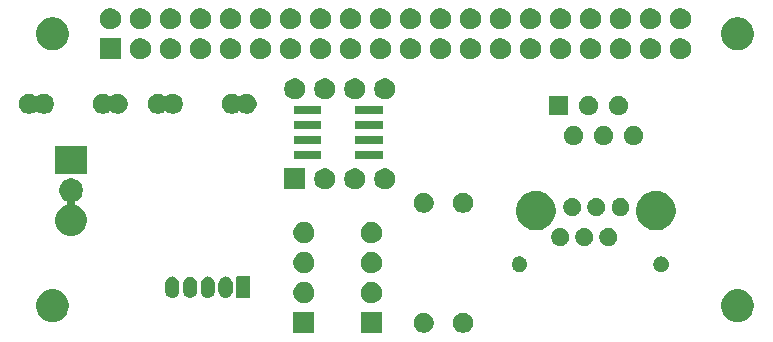
<source format=gbr>
G04 #@! TF.GenerationSoftware,KiCad,Pcbnew,5.1.5+dfsg1-2build2*
G04 #@! TF.CreationDate,2021-06-01T14:02:20+02:00*
G04 #@! TF.ProjectId,DNMS-RPI-HAT-V1.0,444e4d53-2d52-4504-992d-4841542d5631,1.0*
G04 #@! TF.SameCoordinates,Original*
G04 #@! TF.FileFunction,Soldermask,Top*
G04 #@! TF.FilePolarity,Negative*
%FSLAX46Y46*%
G04 Gerber Fmt 4.6, Leading zero omitted, Abs format (unit mm)*
G04 Created by KiCad (PCBNEW 5.1.5+dfsg1-2build2) date 2021-06-01 14:02:20*
%MOMM*%
%LPD*%
G04 APERTURE LIST*
%ADD10C,0.100000*%
G04 APERTURE END LIST*
D10*
G36*
X148923040Y-119922240D02*
G01*
X147121040Y-119922240D01*
X147121040Y-118120240D01*
X148923040Y-118120240D01*
X148923040Y-119922240D01*
G37*
G36*
X143213120Y-119922240D02*
G01*
X141411120Y-119922240D01*
X141411120Y-118120240D01*
X143213120Y-118120240D01*
X143213120Y-119922240D01*
G37*
G36*
X156032508Y-118210563D02*
G01*
X156187380Y-118274713D01*
X156326761Y-118367845D01*
X156445295Y-118486379D01*
X156538427Y-118625760D01*
X156602577Y-118780632D01*
X156635280Y-118945044D01*
X156635280Y-119112676D01*
X156602577Y-119277088D01*
X156538427Y-119431960D01*
X156445295Y-119571341D01*
X156326761Y-119689875D01*
X156187380Y-119783007D01*
X156032508Y-119847157D01*
X155868096Y-119879860D01*
X155700464Y-119879860D01*
X155536052Y-119847157D01*
X155381180Y-119783007D01*
X155241799Y-119689875D01*
X155123265Y-119571341D01*
X155030133Y-119431960D01*
X154965983Y-119277088D01*
X154933280Y-119112676D01*
X154933280Y-118945044D01*
X154965983Y-118780632D01*
X155030133Y-118625760D01*
X155123265Y-118486379D01*
X155241799Y-118367845D01*
X155381180Y-118274713D01*
X155536052Y-118210563D01*
X155700464Y-118177860D01*
X155868096Y-118177860D01*
X156032508Y-118210563D01*
G37*
G36*
X152705108Y-118210563D02*
G01*
X152859980Y-118274713D01*
X152999361Y-118367845D01*
X153117895Y-118486379D01*
X153211027Y-118625760D01*
X153275177Y-118780632D01*
X153307880Y-118945044D01*
X153307880Y-119112676D01*
X153275177Y-119277088D01*
X153211027Y-119431960D01*
X153117895Y-119571341D01*
X152999361Y-119689875D01*
X152859980Y-119783007D01*
X152705108Y-119847157D01*
X152540696Y-119879860D01*
X152373064Y-119879860D01*
X152208652Y-119847157D01*
X152053780Y-119783007D01*
X151914399Y-119689875D01*
X151795865Y-119571341D01*
X151702733Y-119431960D01*
X151638583Y-119277088D01*
X151605880Y-119112676D01*
X151605880Y-118945044D01*
X151638583Y-118780632D01*
X151702733Y-118625760D01*
X151795865Y-118486379D01*
X151914399Y-118367845D01*
X152053780Y-118274713D01*
X152208652Y-118210563D01*
X152373064Y-118177860D01*
X152540696Y-118177860D01*
X152705108Y-118210563D01*
G37*
G36*
X121350433Y-116202893D02*
G01*
X121440657Y-116220839D01*
X121546267Y-116264585D01*
X121695621Y-116326449D01*
X121723802Y-116345279D01*
X121925086Y-116479772D01*
X122120228Y-116674914D01*
X122215761Y-116817890D01*
X122273551Y-116904379D01*
X122379161Y-117159344D01*
X122433000Y-117430012D01*
X122433000Y-117705988D01*
X122379161Y-117976656D01*
X122273551Y-118231621D01*
X122244758Y-118274713D01*
X122120228Y-118461086D01*
X121925086Y-118656228D01*
X121771763Y-118758675D01*
X121695621Y-118809551D01*
X121546267Y-118871415D01*
X121440657Y-118915161D01*
X121350433Y-118933107D01*
X121169988Y-118969000D01*
X120894012Y-118969000D01*
X120713567Y-118933107D01*
X120623343Y-118915161D01*
X120517733Y-118871415D01*
X120368379Y-118809551D01*
X120292237Y-118758675D01*
X120138914Y-118656228D01*
X119943772Y-118461086D01*
X119819242Y-118274713D01*
X119790449Y-118231621D01*
X119684839Y-117976656D01*
X119631000Y-117705988D01*
X119631000Y-117430012D01*
X119684839Y-117159344D01*
X119790449Y-116904379D01*
X119848239Y-116817890D01*
X119943772Y-116674914D01*
X120138914Y-116479772D01*
X120340198Y-116345279D01*
X120368379Y-116326449D01*
X120517733Y-116264585D01*
X120623343Y-116220839D01*
X120713567Y-116202893D01*
X120894012Y-116167000D01*
X121169988Y-116167000D01*
X121350433Y-116202893D01*
G37*
G36*
X179350433Y-116202893D02*
G01*
X179440657Y-116220839D01*
X179546267Y-116264585D01*
X179695621Y-116326449D01*
X179723802Y-116345279D01*
X179925086Y-116479772D01*
X180120228Y-116674914D01*
X180215761Y-116817890D01*
X180273551Y-116904379D01*
X180379161Y-117159344D01*
X180433000Y-117430012D01*
X180433000Y-117705988D01*
X180379161Y-117976656D01*
X180273551Y-118231621D01*
X180244758Y-118274713D01*
X180120228Y-118461086D01*
X179925086Y-118656228D01*
X179771763Y-118758675D01*
X179695621Y-118809551D01*
X179546267Y-118871415D01*
X179440657Y-118915161D01*
X179350433Y-118933107D01*
X179169988Y-118969000D01*
X178894012Y-118969000D01*
X178713567Y-118933107D01*
X178623343Y-118915161D01*
X178517733Y-118871415D01*
X178368379Y-118809551D01*
X178292237Y-118758675D01*
X178138914Y-118656228D01*
X177943772Y-118461086D01*
X177819242Y-118274713D01*
X177790449Y-118231621D01*
X177684839Y-117976656D01*
X177631000Y-117705988D01*
X177631000Y-117430012D01*
X177684839Y-117159344D01*
X177790449Y-116904379D01*
X177848239Y-116817890D01*
X177943772Y-116674914D01*
X178138914Y-116479772D01*
X178340198Y-116345279D01*
X178368379Y-116326449D01*
X178517733Y-116264585D01*
X178623343Y-116220839D01*
X178713567Y-116202893D01*
X178894012Y-116167000D01*
X179169988Y-116167000D01*
X179350433Y-116202893D01*
G37*
G36*
X142425632Y-115585167D02*
G01*
X142574932Y-115614864D01*
X142738904Y-115682784D01*
X142886474Y-115781387D01*
X143011973Y-115906886D01*
X143110576Y-116054456D01*
X143178496Y-116218428D01*
X143213120Y-116392499D01*
X143213120Y-116569981D01*
X143178496Y-116744052D01*
X143110576Y-116908024D01*
X143011973Y-117055594D01*
X142886474Y-117181093D01*
X142738904Y-117279696D01*
X142574932Y-117347616D01*
X142425632Y-117377313D01*
X142400862Y-117382240D01*
X142223378Y-117382240D01*
X142198608Y-117377313D01*
X142049308Y-117347616D01*
X141885336Y-117279696D01*
X141737766Y-117181093D01*
X141612267Y-117055594D01*
X141513664Y-116908024D01*
X141445744Y-116744052D01*
X141411120Y-116569981D01*
X141411120Y-116392499D01*
X141445744Y-116218428D01*
X141513664Y-116054456D01*
X141612267Y-115906886D01*
X141737766Y-115781387D01*
X141885336Y-115682784D01*
X142049308Y-115614864D01*
X142198608Y-115585167D01*
X142223378Y-115580240D01*
X142400862Y-115580240D01*
X142425632Y-115585167D01*
G37*
G36*
X148135552Y-115585167D02*
G01*
X148284852Y-115614864D01*
X148448824Y-115682784D01*
X148596394Y-115781387D01*
X148721893Y-115906886D01*
X148820496Y-116054456D01*
X148888416Y-116218428D01*
X148923040Y-116392499D01*
X148923040Y-116569981D01*
X148888416Y-116744052D01*
X148820496Y-116908024D01*
X148721893Y-117055594D01*
X148596394Y-117181093D01*
X148448824Y-117279696D01*
X148284852Y-117347616D01*
X148135552Y-117377313D01*
X148110782Y-117382240D01*
X147933298Y-117382240D01*
X147908528Y-117377313D01*
X147759228Y-117347616D01*
X147595256Y-117279696D01*
X147447686Y-117181093D01*
X147322187Y-117055594D01*
X147223584Y-116908024D01*
X147155664Y-116744052D01*
X147121040Y-116569981D01*
X147121040Y-116392499D01*
X147155664Y-116218428D01*
X147223584Y-116054456D01*
X147322187Y-115906886D01*
X147447686Y-115781387D01*
X147595256Y-115682784D01*
X147759228Y-115614864D01*
X147908528Y-115585167D01*
X147933298Y-115580240D01*
X148110782Y-115580240D01*
X148135552Y-115585167D01*
G37*
G36*
X135799138Y-115123456D02*
G01*
X135912425Y-115157822D01*
X136016832Y-115213629D01*
X136108347Y-115288733D01*
X136183451Y-115380248D01*
X136239258Y-115484655D01*
X136273624Y-115597942D01*
X136282320Y-115686241D01*
X136282320Y-116345279D01*
X136273624Y-116433578D01*
X136239258Y-116546865D01*
X136183451Y-116651272D01*
X136183450Y-116651273D01*
X136108347Y-116742787D01*
X136033243Y-116804422D01*
X136016831Y-116817891D01*
X135912424Y-116873698D01*
X135799137Y-116908064D01*
X135681320Y-116919667D01*
X135563502Y-116908064D01*
X135450215Y-116873698D01*
X135345808Y-116817891D01*
X135292981Y-116774537D01*
X135254293Y-116742787D01*
X135179190Y-116651272D01*
X135179189Y-116651271D01*
X135123382Y-116546864D01*
X135089016Y-116433577D01*
X135080320Y-116345278D01*
X135080320Y-115686241D01*
X135089016Y-115597942D01*
X135123381Y-115484658D01*
X135179191Y-115380246D01*
X135254294Y-115288733D01*
X135345809Y-115213629D01*
X135450216Y-115157822D01*
X135563503Y-115123456D01*
X135681320Y-115111853D01*
X135799138Y-115123456D01*
G37*
G36*
X134299138Y-115123456D02*
G01*
X134412425Y-115157822D01*
X134516832Y-115213629D01*
X134608347Y-115288733D01*
X134683451Y-115380248D01*
X134739258Y-115484655D01*
X134773624Y-115597942D01*
X134782320Y-115686241D01*
X134782320Y-116345279D01*
X134773624Y-116433578D01*
X134739258Y-116546865D01*
X134683451Y-116651272D01*
X134683450Y-116651273D01*
X134608347Y-116742787D01*
X134533243Y-116804422D01*
X134516831Y-116817891D01*
X134412424Y-116873698D01*
X134299137Y-116908064D01*
X134181320Y-116919667D01*
X134063502Y-116908064D01*
X133950215Y-116873698D01*
X133845808Y-116817891D01*
X133792981Y-116774537D01*
X133754293Y-116742787D01*
X133679190Y-116651272D01*
X133679189Y-116651271D01*
X133623382Y-116546864D01*
X133589016Y-116433577D01*
X133580320Y-116345278D01*
X133580320Y-115686241D01*
X133589016Y-115597942D01*
X133623381Y-115484658D01*
X133679191Y-115380246D01*
X133754294Y-115288733D01*
X133845809Y-115213629D01*
X133950216Y-115157822D01*
X134063503Y-115123456D01*
X134181320Y-115111853D01*
X134299138Y-115123456D01*
G37*
G36*
X132799138Y-115123456D02*
G01*
X132912425Y-115157822D01*
X133016832Y-115213629D01*
X133108347Y-115288733D01*
X133183451Y-115380248D01*
X133239258Y-115484655D01*
X133273624Y-115597942D01*
X133282320Y-115686241D01*
X133282320Y-116345279D01*
X133273624Y-116433578D01*
X133239258Y-116546865D01*
X133183451Y-116651272D01*
X133183450Y-116651273D01*
X133108347Y-116742787D01*
X133033243Y-116804422D01*
X133016831Y-116817891D01*
X132912424Y-116873698D01*
X132799137Y-116908064D01*
X132681320Y-116919667D01*
X132563502Y-116908064D01*
X132450215Y-116873698D01*
X132345808Y-116817891D01*
X132292981Y-116774537D01*
X132254293Y-116742787D01*
X132179190Y-116651272D01*
X132179189Y-116651271D01*
X132123382Y-116546864D01*
X132089016Y-116433577D01*
X132080320Y-116345278D01*
X132080320Y-115686241D01*
X132089016Y-115597942D01*
X132123381Y-115484658D01*
X132179191Y-115380246D01*
X132254294Y-115288733D01*
X132345809Y-115213629D01*
X132450216Y-115157822D01*
X132563503Y-115123456D01*
X132681320Y-115111853D01*
X132799138Y-115123456D01*
G37*
G36*
X131299138Y-115123456D02*
G01*
X131412425Y-115157822D01*
X131516832Y-115213629D01*
X131608347Y-115288733D01*
X131683451Y-115380248D01*
X131739258Y-115484655D01*
X131773624Y-115597942D01*
X131782320Y-115686241D01*
X131782320Y-116345279D01*
X131773624Y-116433578D01*
X131739258Y-116546865D01*
X131683451Y-116651272D01*
X131683450Y-116651273D01*
X131608347Y-116742787D01*
X131533243Y-116804422D01*
X131516831Y-116817891D01*
X131412424Y-116873698D01*
X131299137Y-116908064D01*
X131181320Y-116919667D01*
X131063502Y-116908064D01*
X130950215Y-116873698D01*
X130845808Y-116817891D01*
X130792981Y-116774537D01*
X130754293Y-116742787D01*
X130679190Y-116651272D01*
X130679189Y-116651271D01*
X130623382Y-116546864D01*
X130589016Y-116433577D01*
X130580320Y-116345278D01*
X130580320Y-115686241D01*
X130589016Y-115597942D01*
X130623381Y-115484658D01*
X130679191Y-115380246D01*
X130754294Y-115288733D01*
X130845809Y-115213629D01*
X130950216Y-115157822D01*
X131063503Y-115123456D01*
X131181320Y-115111853D01*
X131299138Y-115123456D01*
G37*
G36*
X137711011Y-115117052D02*
G01*
X137727490Y-115122051D01*
X137742677Y-115130169D01*
X137755988Y-115141092D01*
X137766911Y-115154403D01*
X137775029Y-115169590D01*
X137780028Y-115186069D01*
X137782320Y-115209342D01*
X137782320Y-116822178D01*
X137780028Y-116845451D01*
X137775029Y-116861930D01*
X137766911Y-116877117D01*
X137755988Y-116890428D01*
X137742677Y-116901351D01*
X137727490Y-116909469D01*
X137711011Y-116914468D01*
X137687738Y-116916760D01*
X136674902Y-116916760D01*
X136651629Y-116914468D01*
X136635150Y-116909469D01*
X136619963Y-116901351D01*
X136606652Y-116890428D01*
X136595729Y-116877117D01*
X136587611Y-116861930D01*
X136582612Y-116845451D01*
X136580320Y-116822178D01*
X136580320Y-115209342D01*
X136582612Y-115186069D01*
X136587611Y-115169590D01*
X136595729Y-115154403D01*
X136606652Y-115141092D01*
X136619963Y-115130169D01*
X136635150Y-115122051D01*
X136651629Y-115117052D01*
X136674902Y-115114760D01*
X137687738Y-115114760D01*
X137711011Y-115117052D01*
G37*
G36*
X142425632Y-113045167D02*
G01*
X142574932Y-113074864D01*
X142738904Y-113142784D01*
X142886474Y-113241387D01*
X143011973Y-113366886D01*
X143110576Y-113514456D01*
X143178496Y-113678428D01*
X143213120Y-113852499D01*
X143213120Y-114029981D01*
X143178496Y-114204052D01*
X143110576Y-114368024D01*
X143011973Y-114515594D01*
X142886474Y-114641093D01*
X142738904Y-114739696D01*
X142574932Y-114807616D01*
X142425632Y-114837313D01*
X142400862Y-114842240D01*
X142223378Y-114842240D01*
X142198608Y-114837313D01*
X142049308Y-114807616D01*
X141885336Y-114739696D01*
X141737766Y-114641093D01*
X141612267Y-114515594D01*
X141513664Y-114368024D01*
X141445744Y-114204052D01*
X141411120Y-114029981D01*
X141411120Y-113852499D01*
X141445744Y-113678428D01*
X141513664Y-113514456D01*
X141612267Y-113366886D01*
X141737766Y-113241387D01*
X141885336Y-113142784D01*
X142049308Y-113074864D01*
X142198608Y-113045167D01*
X142223378Y-113040240D01*
X142400862Y-113040240D01*
X142425632Y-113045167D01*
G37*
G36*
X148135552Y-113045167D02*
G01*
X148284852Y-113074864D01*
X148448824Y-113142784D01*
X148596394Y-113241387D01*
X148721893Y-113366886D01*
X148820496Y-113514456D01*
X148888416Y-113678428D01*
X148923040Y-113852499D01*
X148923040Y-114029981D01*
X148888416Y-114204052D01*
X148820496Y-114368024D01*
X148721893Y-114515594D01*
X148596394Y-114641093D01*
X148448824Y-114739696D01*
X148284852Y-114807616D01*
X148135552Y-114837313D01*
X148110782Y-114842240D01*
X147933298Y-114842240D01*
X147908528Y-114837313D01*
X147759228Y-114807616D01*
X147595256Y-114739696D01*
X147447686Y-114641093D01*
X147322187Y-114515594D01*
X147223584Y-114368024D01*
X147155664Y-114204052D01*
X147121040Y-114029981D01*
X147121040Y-113852499D01*
X147155664Y-113678428D01*
X147223584Y-113514456D01*
X147322187Y-113366886D01*
X147447686Y-113241387D01*
X147595256Y-113142784D01*
X147759228Y-113074864D01*
X147908528Y-113045167D01*
X147933298Y-113040240D01*
X148110782Y-113040240D01*
X148135552Y-113045167D01*
G37*
G36*
X172751390Y-113446577D02*
G01*
X172869864Y-113495651D01*
X172976488Y-113566895D01*
X173067165Y-113657572D01*
X173081101Y-113678428D01*
X173138410Y-113764198D01*
X173187483Y-113882670D01*
X173212500Y-114008441D01*
X173212500Y-114136679D01*
X173187483Y-114262450D01*
X173143753Y-114368024D01*
X173138409Y-114380924D01*
X173067165Y-114487548D01*
X172976488Y-114578225D01*
X172869864Y-114649469D01*
X172869863Y-114649470D01*
X172869862Y-114649470D01*
X172751390Y-114698543D01*
X172625619Y-114723560D01*
X172497381Y-114723560D01*
X172371610Y-114698543D01*
X172253138Y-114649470D01*
X172253137Y-114649470D01*
X172253136Y-114649469D01*
X172146512Y-114578225D01*
X172055835Y-114487548D01*
X171984591Y-114380924D01*
X171979248Y-114368024D01*
X171935517Y-114262450D01*
X171910500Y-114136679D01*
X171910500Y-114008441D01*
X171935517Y-113882670D01*
X171984590Y-113764198D01*
X172041900Y-113678428D01*
X172055835Y-113657572D01*
X172146512Y-113566895D01*
X172253136Y-113495651D01*
X172371610Y-113446577D01*
X172497381Y-113421560D01*
X172625619Y-113421560D01*
X172751390Y-113446577D01*
G37*
G36*
X160751390Y-113446577D02*
G01*
X160869864Y-113495651D01*
X160976488Y-113566895D01*
X161067165Y-113657572D01*
X161081101Y-113678428D01*
X161138410Y-113764198D01*
X161187483Y-113882670D01*
X161212500Y-114008441D01*
X161212500Y-114136679D01*
X161187483Y-114262450D01*
X161143753Y-114368024D01*
X161138409Y-114380924D01*
X161067165Y-114487548D01*
X160976488Y-114578225D01*
X160869864Y-114649469D01*
X160869863Y-114649470D01*
X160869862Y-114649470D01*
X160751390Y-114698543D01*
X160625619Y-114723560D01*
X160497381Y-114723560D01*
X160371610Y-114698543D01*
X160253138Y-114649470D01*
X160253137Y-114649470D01*
X160253136Y-114649469D01*
X160146512Y-114578225D01*
X160055835Y-114487548D01*
X159984591Y-114380924D01*
X159979248Y-114368024D01*
X159935517Y-114262450D01*
X159910500Y-114136679D01*
X159910500Y-114008441D01*
X159935517Y-113882670D01*
X159984590Y-113764198D01*
X160041900Y-113678428D01*
X160055835Y-113657572D01*
X160146512Y-113566895D01*
X160253136Y-113495651D01*
X160371610Y-113446577D01*
X160497381Y-113421560D01*
X160625619Y-113421560D01*
X160751390Y-113446577D01*
G37*
G36*
X166163334Y-111029092D02*
G01*
X166270559Y-111050420D01*
X166407232Y-111107032D01*
X166530235Y-111189220D01*
X166634840Y-111293825D01*
X166717028Y-111416828D01*
X166717029Y-111416830D01*
X166767485Y-111538641D01*
X166773640Y-111553501D01*
X166802500Y-111698593D01*
X166802500Y-111846527D01*
X166773640Y-111991619D01*
X166717028Y-112128292D01*
X166634840Y-112251295D01*
X166530235Y-112355900D01*
X166407232Y-112438088D01*
X166407231Y-112438089D01*
X166407230Y-112438089D01*
X166270559Y-112494700D01*
X166125468Y-112523560D01*
X165977532Y-112523560D01*
X165832441Y-112494700D01*
X165695770Y-112438089D01*
X165695769Y-112438089D01*
X165695768Y-112438088D01*
X165572765Y-112355900D01*
X165468160Y-112251295D01*
X165385972Y-112128292D01*
X165329360Y-111991619D01*
X165300500Y-111846527D01*
X165300500Y-111698593D01*
X165329360Y-111553501D01*
X165335515Y-111538641D01*
X165385971Y-111416830D01*
X165385972Y-111416828D01*
X165468160Y-111293825D01*
X165572765Y-111189220D01*
X165695768Y-111107032D01*
X165832441Y-111050420D01*
X165939666Y-111029092D01*
X165977532Y-111021560D01*
X166125468Y-111021560D01*
X166163334Y-111029092D01*
G37*
G36*
X168203334Y-111029092D02*
G01*
X168310559Y-111050420D01*
X168447232Y-111107032D01*
X168570235Y-111189220D01*
X168674840Y-111293825D01*
X168757028Y-111416828D01*
X168757029Y-111416830D01*
X168807485Y-111538641D01*
X168813640Y-111553501D01*
X168842500Y-111698593D01*
X168842500Y-111846527D01*
X168813640Y-111991619D01*
X168757028Y-112128292D01*
X168674840Y-112251295D01*
X168570235Y-112355900D01*
X168447232Y-112438088D01*
X168447231Y-112438089D01*
X168447230Y-112438089D01*
X168310559Y-112494700D01*
X168165468Y-112523560D01*
X168017532Y-112523560D01*
X167872441Y-112494700D01*
X167735770Y-112438089D01*
X167735769Y-112438089D01*
X167735768Y-112438088D01*
X167612765Y-112355900D01*
X167508160Y-112251295D01*
X167425972Y-112128292D01*
X167369360Y-111991619D01*
X167340500Y-111846527D01*
X167340500Y-111698593D01*
X167369360Y-111553501D01*
X167375515Y-111538641D01*
X167425971Y-111416830D01*
X167425972Y-111416828D01*
X167508160Y-111293825D01*
X167612765Y-111189220D01*
X167735768Y-111107032D01*
X167872441Y-111050420D01*
X167979666Y-111029092D01*
X168017532Y-111021560D01*
X168165468Y-111021560D01*
X168203334Y-111029092D01*
G37*
G36*
X164123334Y-111029092D02*
G01*
X164230559Y-111050420D01*
X164367232Y-111107032D01*
X164490235Y-111189220D01*
X164594840Y-111293825D01*
X164677028Y-111416828D01*
X164677029Y-111416830D01*
X164727485Y-111538641D01*
X164733640Y-111553501D01*
X164762500Y-111698593D01*
X164762500Y-111846527D01*
X164733640Y-111991619D01*
X164677028Y-112128292D01*
X164594840Y-112251295D01*
X164490235Y-112355900D01*
X164367232Y-112438088D01*
X164367231Y-112438089D01*
X164367230Y-112438089D01*
X164230559Y-112494700D01*
X164085468Y-112523560D01*
X163937532Y-112523560D01*
X163792441Y-112494700D01*
X163655770Y-112438089D01*
X163655769Y-112438089D01*
X163655768Y-112438088D01*
X163532765Y-112355900D01*
X163428160Y-112251295D01*
X163345972Y-112128292D01*
X163289360Y-111991619D01*
X163260500Y-111846527D01*
X163260500Y-111698593D01*
X163289360Y-111553501D01*
X163295515Y-111538641D01*
X163345971Y-111416830D01*
X163345972Y-111416828D01*
X163428160Y-111293825D01*
X163532765Y-111189220D01*
X163655768Y-111107032D01*
X163792441Y-111050420D01*
X163899666Y-111029092D01*
X163937532Y-111021560D01*
X164085468Y-111021560D01*
X164123334Y-111029092D01*
G37*
G36*
X142425632Y-110505167D02*
G01*
X142574932Y-110534864D01*
X142738904Y-110602784D01*
X142886474Y-110701387D01*
X143011973Y-110826886D01*
X143110576Y-110974456D01*
X143178496Y-111138428D01*
X143213120Y-111312499D01*
X143213120Y-111489981D01*
X143178496Y-111664052D01*
X143110576Y-111828024D01*
X143011973Y-111975594D01*
X142886474Y-112101093D01*
X142738904Y-112199696D01*
X142574932Y-112267616D01*
X142425632Y-112297313D01*
X142400862Y-112302240D01*
X142223378Y-112302240D01*
X142198608Y-112297313D01*
X142049308Y-112267616D01*
X141885336Y-112199696D01*
X141737766Y-112101093D01*
X141612267Y-111975594D01*
X141513664Y-111828024D01*
X141445744Y-111664052D01*
X141411120Y-111489981D01*
X141411120Y-111312499D01*
X141445744Y-111138428D01*
X141513664Y-110974456D01*
X141612267Y-110826886D01*
X141737766Y-110701387D01*
X141885336Y-110602784D01*
X142049308Y-110534864D01*
X142198608Y-110505167D01*
X142223378Y-110500240D01*
X142400862Y-110500240D01*
X142425632Y-110505167D01*
G37*
G36*
X148135552Y-110505167D02*
G01*
X148284852Y-110534864D01*
X148448824Y-110602784D01*
X148596394Y-110701387D01*
X148721893Y-110826886D01*
X148820496Y-110974456D01*
X148888416Y-111138428D01*
X148923040Y-111312499D01*
X148923040Y-111489981D01*
X148888416Y-111664052D01*
X148820496Y-111828024D01*
X148721893Y-111975594D01*
X148596394Y-112101093D01*
X148448824Y-112199696D01*
X148284852Y-112267616D01*
X148135552Y-112297313D01*
X148110782Y-112302240D01*
X147933298Y-112302240D01*
X147908528Y-112297313D01*
X147759228Y-112267616D01*
X147595256Y-112199696D01*
X147447686Y-112101093D01*
X147322187Y-111975594D01*
X147223584Y-111828024D01*
X147155664Y-111664052D01*
X147121040Y-111489981D01*
X147121040Y-111312499D01*
X147155664Y-111138428D01*
X147223584Y-110974456D01*
X147322187Y-110826886D01*
X147447686Y-110701387D01*
X147595256Y-110602784D01*
X147759228Y-110534864D01*
X147908528Y-110505167D01*
X147933298Y-110500240D01*
X148110782Y-110500240D01*
X148135552Y-110505167D01*
G37*
G36*
X122794465Y-106819634D02*
G01*
X122891161Y-106838868D01*
X123073331Y-106914326D01*
X123237280Y-107023873D01*
X123376707Y-107163300D01*
X123486254Y-107327249D01*
X123561712Y-107509419D01*
X123567713Y-107539589D01*
X123600180Y-107702809D01*
X123600180Y-107899991D01*
X123561712Y-108093381D01*
X123486254Y-108275551D01*
X123376707Y-108439500D01*
X123237280Y-108578927D01*
X123174865Y-108620631D01*
X123073330Y-108688475D01*
X123021264Y-108710041D01*
X122977340Y-108728235D01*
X122955734Y-108739784D01*
X122936792Y-108755329D01*
X122921246Y-108774271D01*
X122909695Y-108795882D01*
X122902582Y-108819331D01*
X122900180Y-108843717D01*
X122900180Y-108921221D01*
X122902582Y-108945607D01*
X122909695Y-108969056D01*
X122921246Y-108990667D01*
X122936791Y-109009609D01*
X122955733Y-109025154D01*
X122977344Y-109036705D01*
X122986148Y-109039376D01*
X122993249Y-109042318D01*
X122993252Y-109042318D01*
X123239119Y-109144159D01*
X123350508Y-109218587D01*
X123460391Y-109292009D01*
X123648571Y-109480189D01*
X123796422Y-109701463D01*
X123898262Y-109947328D01*
X123950180Y-110208337D01*
X123950180Y-110474463D01*
X123898262Y-110735472D01*
X123796422Y-110981337D01*
X123657519Y-111189220D01*
X123648570Y-111202612D01*
X123460392Y-111390790D01*
X123239119Y-111538641D01*
X123239118Y-111538642D01*
X123239117Y-111538642D01*
X122993252Y-111640482D01*
X122732243Y-111692400D01*
X122466117Y-111692400D01*
X122205108Y-111640482D01*
X121959243Y-111538642D01*
X121959242Y-111538642D01*
X121959241Y-111538641D01*
X121737968Y-111390790D01*
X121549790Y-111202612D01*
X121540842Y-111189220D01*
X121401938Y-110981337D01*
X121300098Y-110735472D01*
X121248180Y-110474463D01*
X121248180Y-110208337D01*
X121300098Y-109947328D01*
X121401938Y-109701463D01*
X121549789Y-109480189D01*
X121737969Y-109292009D01*
X121847852Y-109218587D01*
X121959241Y-109144159D01*
X121959243Y-109144158D01*
X122212212Y-109039375D01*
X122221019Y-109036704D01*
X122242630Y-109025152D01*
X122261571Y-109009606D01*
X122277116Y-108990664D01*
X122288666Y-108969053D01*
X122295779Y-108945604D01*
X122298180Y-108921221D01*
X122298180Y-108843717D01*
X122295778Y-108819331D01*
X122288665Y-108795882D01*
X122277114Y-108774271D01*
X122261569Y-108755329D01*
X122242627Y-108739784D01*
X122221020Y-108728235D01*
X122177096Y-108710041D01*
X122125030Y-108688475D01*
X122023495Y-108620631D01*
X121961080Y-108578927D01*
X121821653Y-108439500D01*
X121712106Y-108275551D01*
X121636648Y-108093381D01*
X121617414Y-107996685D01*
X121598180Y-107899991D01*
X121598180Y-107702809D01*
X121630647Y-107539589D01*
X121636648Y-107509419D01*
X121712106Y-107327249D01*
X121821653Y-107163300D01*
X121961080Y-107023873D01*
X122125029Y-106914326D01*
X122307199Y-106838868D01*
X122403895Y-106819634D01*
X122500589Y-106800400D01*
X122697771Y-106800400D01*
X122794465Y-106819634D01*
G37*
G36*
X162283260Y-107899990D02*
G01*
X162445431Y-107932248D01*
X162750443Y-108058588D01*
X163024947Y-108242006D01*
X163258394Y-108475453D01*
X163441812Y-108749957D01*
X163568152Y-109054969D01*
X163585893Y-109144158D01*
X163632560Y-109378767D01*
X163632560Y-109708913D01*
X163568152Y-110032711D01*
X163441812Y-110337723D01*
X163258394Y-110612227D01*
X163024947Y-110845674D01*
X162750443Y-111029092D01*
X162445431Y-111155432D01*
X162121633Y-111219840D01*
X161791487Y-111219840D01*
X161467689Y-111155432D01*
X161162677Y-111029092D01*
X160888173Y-110845674D01*
X160654726Y-110612227D01*
X160471308Y-110337723D01*
X160344968Y-110032711D01*
X160280560Y-109708913D01*
X160280560Y-109378767D01*
X160327227Y-109144158D01*
X160344968Y-109054969D01*
X160471308Y-108749957D01*
X160654726Y-108475453D01*
X160888173Y-108242006D01*
X161162677Y-108058588D01*
X161467689Y-107932248D01*
X161629860Y-107899990D01*
X161791487Y-107867840D01*
X162121633Y-107867840D01*
X162283260Y-107899990D01*
G37*
G36*
X172443260Y-107899990D02*
G01*
X172605431Y-107932248D01*
X172910443Y-108058588D01*
X173184947Y-108242006D01*
X173418394Y-108475453D01*
X173601812Y-108749957D01*
X173728152Y-109054969D01*
X173745893Y-109144158D01*
X173792560Y-109378767D01*
X173792560Y-109708913D01*
X173728152Y-110032711D01*
X173601812Y-110337723D01*
X173418394Y-110612227D01*
X173184947Y-110845674D01*
X172910443Y-111029092D01*
X172605431Y-111155432D01*
X172281633Y-111219840D01*
X171951487Y-111219840D01*
X171627689Y-111155432D01*
X171322677Y-111029092D01*
X171048173Y-110845674D01*
X170814726Y-110612227D01*
X170631308Y-110337723D01*
X170504968Y-110032711D01*
X170440560Y-109708913D01*
X170440560Y-109378767D01*
X170487227Y-109144158D01*
X170504968Y-109054969D01*
X170631308Y-108749957D01*
X170814726Y-108475453D01*
X171048173Y-108242006D01*
X171322677Y-108058588D01*
X171627689Y-107932248D01*
X171789860Y-107899990D01*
X171951487Y-107867840D01*
X172281633Y-107867840D01*
X172443260Y-107899990D01*
G37*
G36*
X167290559Y-108510420D02*
G01*
X167427232Y-108567032D01*
X167550235Y-108649220D01*
X167654840Y-108753825D01*
X167737028Y-108876828D01*
X167793640Y-109013501D01*
X167822500Y-109158593D01*
X167822500Y-109306527D01*
X167793640Y-109451619D01*
X167737028Y-109588292D01*
X167654840Y-109711295D01*
X167550235Y-109815900D01*
X167427232Y-109898088D01*
X167427231Y-109898089D01*
X167427230Y-109898089D01*
X167290559Y-109954700D01*
X167145468Y-109983560D01*
X166997532Y-109983560D01*
X166852441Y-109954700D01*
X166715770Y-109898089D01*
X166715769Y-109898089D01*
X166715768Y-109898088D01*
X166592765Y-109815900D01*
X166488160Y-109711295D01*
X166405972Y-109588292D01*
X166349360Y-109451619D01*
X166320500Y-109306527D01*
X166320500Y-109158593D01*
X166349360Y-109013501D01*
X166405972Y-108876828D01*
X166488160Y-108753825D01*
X166592765Y-108649220D01*
X166715768Y-108567032D01*
X166852441Y-108510420D01*
X166997532Y-108481560D01*
X167145468Y-108481560D01*
X167290559Y-108510420D01*
G37*
G36*
X169330559Y-108510420D02*
G01*
X169467232Y-108567032D01*
X169590235Y-108649220D01*
X169694840Y-108753825D01*
X169777028Y-108876828D01*
X169833640Y-109013501D01*
X169862500Y-109158593D01*
X169862500Y-109306527D01*
X169833640Y-109451619D01*
X169777028Y-109588292D01*
X169694840Y-109711295D01*
X169590235Y-109815900D01*
X169467232Y-109898088D01*
X169467231Y-109898089D01*
X169467230Y-109898089D01*
X169330559Y-109954700D01*
X169185468Y-109983560D01*
X169037532Y-109983560D01*
X168892441Y-109954700D01*
X168755770Y-109898089D01*
X168755769Y-109898089D01*
X168755768Y-109898088D01*
X168632765Y-109815900D01*
X168528160Y-109711295D01*
X168445972Y-109588292D01*
X168389360Y-109451619D01*
X168360500Y-109306527D01*
X168360500Y-109158593D01*
X168389360Y-109013501D01*
X168445972Y-108876828D01*
X168528160Y-108753825D01*
X168632765Y-108649220D01*
X168755768Y-108567032D01*
X168892441Y-108510420D01*
X169037532Y-108481560D01*
X169185468Y-108481560D01*
X169330559Y-108510420D01*
G37*
G36*
X165250559Y-108510420D02*
G01*
X165387232Y-108567032D01*
X165510235Y-108649220D01*
X165614840Y-108753825D01*
X165697028Y-108876828D01*
X165753640Y-109013501D01*
X165782500Y-109158593D01*
X165782500Y-109306527D01*
X165753640Y-109451619D01*
X165697028Y-109588292D01*
X165614840Y-109711295D01*
X165510235Y-109815900D01*
X165387232Y-109898088D01*
X165387231Y-109898089D01*
X165387230Y-109898089D01*
X165250559Y-109954700D01*
X165105468Y-109983560D01*
X164957532Y-109983560D01*
X164812441Y-109954700D01*
X164675770Y-109898089D01*
X164675769Y-109898089D01*
X164675768Y-109898088D01*
X164552765Y-109815900D01*
X164448160Y-109711295D01*
X164365972Y-109588292D01*
X164309360Y-109451619D01*
X164280500Y-109306527D01*
X164280500Y-109158593D01*
X164309360Y-109013501D01*
X164365972Y-108876828D01*
X164448160Y-108753825D01*
X164552765Y-108649220D01*
X164675768Y-108567032D01*
X164812441Y-108510420D01*
X164957532Y-108481560D01*
X165105468Y-108481560D01*
X165250559Y-108510420D01*
G37*
G36*
X152705108Y-108050563D02*
G01*
X152859980Y-108114713D01*
X152999361Y-108207845D01*
X153117895Y-108326379D01*
X153211027Y-108465760D01*
X153275177Y-108620632D01*
X153307880Y-108785044D01*
X153307880Y-108952676D01*
X153275177Y-109117088D01*
X153211027Y-109271960D01*
X153117895Y-109411341D01*
X152999361Y-109529875D01*
X152859980Y-109623007D01*
X152705108Y-109687157D01*
X152540696Y-109719860D01*
X152373064Y-109719860D01*
X152208652Y-109687157D01*
X152053780Y-109623007D01*
X151914399Y-109529875D01*
X151795865Y-109411341D01*
X151702733Y-109271960D01*
X151638583Y-109117088D01*
X151605880Y-108952676D01*
X151605880Y-108785044D01*
X151638583Y-108620632D01*
X151702733Y-108465760D01*
X151795865Y-108326379D01*
X151914399Y-108207845D01*
X152053780Y-108114713D01*
X152208652Y-108050563D01*
X152373064Y-108017860D01*
X152540696Y-108017860D01*
X152705108Y-108050563D01*
G37*
G36*
X156032508Y-108050563D02*
G01*
X156187380Y-108114713D01*
X156326761Y-108207845D01*
X156445295Y-108326379D01*
X156538427Y-108465760D01*
X156602577Y-108620632D01*
X156635280Y-108785044D01*
X156635280Y-108952676D01*
X156602577Y-109117088D01*
X156538427Y-109271960D01*
X156445295Y-109411341D01*
X156326761Y-109529875D01*
X156187380Y-109623007D01*
X156032508Y-109687157D01*
X155868096Y-109719860D01*
X155700464Y-109719860D01*
X155536052Y-109687157D01*
X155381180Y-109623007D01*
X155241799Y-109529875D01*
X155123265Y-109411341D01*
X155030133Y-109271960D01*
X154965983Y-109117088D01*
X154933280Y-108952676D01*
X154933280Y-108785044D01*
X154965983Y-108620632D01*
X155030133Y-108465760D01*
X155123265Y-108326379D01*
X155241799Y-108207845D01*
X155381180Y-108114713D01*
X155536052Y-108050563D01*
X155700464Y-108017860D01*
X155868096Y-108017860D01*
X156032508Y-108050563D01*
G37*
G36*
X149411709Y-105993871D02*
G01*
X149573535Y-106060902D01*
X149719169Y-106158211D01*
X149843029Y-106282071D01*
X149940338Y-106427705D01*
X150007369Y-106589531D01*
X150041540Y-106761320D01*
X150041540Y-106936480D01*
X150007369Y-107108269D01*
X149940338Y-107270095D01*
X149843029Y-107415729D01*
X149719169Y-107539589D01*
X149573535Y-107636898D01*
X149411709Y-107703929D01*
X149239920Y-107738100D01*
X149064760Y-107738100D01*
X148892971Y-107703929D01*
X148731145Y-107636898D01*
X148585511Y-107539589D01*
X148461651Y-107415729D01*
X148364342Y-107270095D01*
X148297311Y-107108269D01*
X148263140Y-106936480D01*
X148263140Y-106761320D01*
X148297311Y-106589531D01*
X148364342Y-106427705D01*
X148461651Y-106282071D01*
X148585511Y-106158211D01*
X148731145Y-106060902D01*
X148892971Y-105993871D01*
X149064760Y-105959700D01*
X149239920Y-105959700D01*
X149411709Y-105993871D01*
G37*
G36*
X144331709Y-105993871D02*
G01*
X144493535Y-106060902D01*
X144639169Y-106158211D01*
X144763029Y-106282071D01*
X144860338Y-106427705D01*
X144927369Y-106589531D01*
X144961540Y-106761320D01*
X144961540Y-106936480D01*
X144927369Y-107108269D01*
X144860338Y-107270095D01*
X144763029Y-107415729D01*
X144639169Y-107539589D01*
X144493535Y-107636898D01*
X144331709Y-107703929D01*
X144159920Y-107738100D01*
X143984760Y-107738100D01*
X143812971Y-107703929D01*
X143651145Y-107636898D01*
X143505511Y-107539589D01*
X143381651Y-107415729D01*
X143284342Y-107270095D01*
X143217311Y-107108269D01*
X143183140Y-106936480D01*
X143183140Y-106761320D01*
X143217311Y-106589531D01*
X143284342Y-106427705D01*
X143381651Y-106282071D01*
X143505511Y-106158211D01*
X143651145Y-106060902D01*
X143812971Y-105993871D01*
X143984760Y-105959700D01*
X144159920Y-105959700D01*
X144331709Y-105993871D01*
G37*
G36*
X146871709Y-105993871D02*
G01*
X147033535Y-106060902D01*
X147179169Y-106158211D01*
X147303029Y-106282071D01*
X147400338Y-106427705D01*
X147467369Y-106589531D01*
X147501540Y-106761320D01*
X147501540Y-106936480D01*
X147467369Y-107108269D01*
X147400338Y-107270095D01*
X147303029Y-107415729D01*
X147179169Y-107539589D01*
X147033535Y-107636898D01*
X146871709Y-107703929D01*
X146699920Y-107738100D01*
X146524760Y-107738100D01*
X146352971Y-107703929D01*
X146191145Y-107636898D01*
X146045511Y-107539589D01*
X145921651Y-107415729D01*
X145824342Y-107270095D01*
X145757311Y-107108269D01*
X145723140Y-106936480D01*
X145723140Y-106761320D01*
X145757311Y-106589531D01*
X145824342Y-106427705D01*
X145921651Y-106282071D01*
X146045511Y-106158211D01*
X146191145Y-106060902D01*
X146352971Y-105993871D01*
X146524760Y-105959700D01*
X146699920Y-105959700D01*
X146871709Y-105993871D01*
G37*
G36*
X142421540Y-107738100D02*
G01*
X140643140Y-107738100D01*
X140643140Y-105959700D01*
X142421540Y-105959700D01*
X142421540Y-107738100D01*
G37*
G36*
X123950180Y-106412400D02*
G01*
X121248180Y-106412400D01*
X121248180Y-104110400D01*
X123950180Y-104110400D01*
X123950180Y-106412400D01*
G37*
G36*
X143781580Y-105155200D02*
G01*
X141479580Y-105155200D01*
X141479580Y-104453200D01*
X143781580Y-104453200D01*
X143781580Y-105155200D01*
G37*
G36*
X148981580Y-105155200D02*
G01*
X146679580Y-105155200D01*
X146679580Y-104453200D01*
X148981580Y-104453200D01*
X148981580Y-105155200D01*
G37*
G36*
X167913120Y-102414006D02*
G01*
X168060713Y-102475141D01*
X168193542Y-102563895D01*
X168306505Y-102676858D01*
X168395259Y-102809687D01*
X168456394Y-102957280D01*
X168487560Y-103113963D01*
X168487560Y-103273717D01*
X168456394Y-103430400D01*
X168395259Y-103577993D01*
X168306505Y-103710822D01*
X168193542Y-103823785D01*
X168060713Y-103912539D01*
X168060712Y-103912540D01*
X168060711Y-103912540D01*
X167913120Y-103973674D01*
X167756438Y-104004840D01*
X167596682Y-104004840D01*
X167440000Y-103973674D01*
X167292409Y-103912540D01*
X167292408Y-103912540D01*
X167292407Y-103912539D01*
X167159578Y-103823785D01*
X167046615Y-103710822D01*
X166957861Y-103577993D01*
X166896726Y-103430400D01*
X166865560Y-103273717D01*
X166865560Y-103113963D01*
X166896726Y-102957280D01*
X166957861Y-102809687D01*
X167046615Y-102676858D01*
X167159578Y-102563895D01*
X167292407Y-102475141D01*
X167440000Y-102414006D01*
X167596682Y-102382840D01*
X167756438Y-102382840D01*
X167913120Y-102414006D01*
G37*
G36*
X165373120Y-102414006D02*
G01*
X165520713Y-102475141D01*
X165653542Y-102563895D01*
X165766505Y-102676858D01*
X165855259Y-102809687D01*
X165916394Y-102957280D01*
X165947560Y-103113963D01*
X165947560Y-103273717D01*
X165916394Y-103430400D01*
X165855259Y-103577993D01*
X165766505Y-103710822D01*
X165653542Y-103823785D01*
X165520713Y-103912539D01*
X165520712Y-103912540D01*
X165520711Y-103912540D01*
X165373120Y-103973674D01*
X165216438Y-104004840D01*
X165056682Y-104004840D01*
X164900000Y-103973674D01*
X164752409Y-103912540D01*
X164752408Y-103912540D01*
X164752407Y-103912539D01*
X164619578Y-103823785D01*
X164506615Y-103710822D01*
X164417861Y-103577993D01*
X164356726Y-103430400D01*
X164325560Y-103273717D01*
X164325560Y-103113963D01*
X164356726Y-102957280D01*
X164417861Y-102809687D01*
X164506615Y-102676858D01*
X164619578Y-102563895D01*
X164752407Y-102475141D01*
X164900000Y-102414006D01*
X165056682Y-102382840D01*
X165216438Y-102382840D01*
X165373120Y-102414006D01*
G37*
G36*
X170453120Y-102414006D02*
G01*
X170600713Y-102475141D01*
X170733542Y-102563895D01*
X170846505Y-102676858D01*
X170935259Y-102809687D01*
X170996394Y-102957280D01*
X171027560Y-103113963D01*
X171027560Y-103273717D01*
X170996394Y-103430400D01*
X170935259Y-103577993D01*
X170846505Y-103710822D01*
X170733542Y-103823785D01*
X170600713Y-103912539D01*
X170600712Y-103912540D01*
X170600711Y-103912540D01*
X170453120Y-103973674D01*
X170296438Y-104004840D01*
X170136682Y-104004840D01*
X169980000Y-103973674D01*
X169832409Y-103912540D01*
X169832408Y-103912540D01*
X169832407Y-103912539D01*
X169699578Y-103823785D01*
X169586615Y-103710822D01*
X169497861Y-103577993D01*
X169436726Y-103430400D01*
X169405560Y-103273717D01*
X169405560Y-103113963D01*
X169436726Y-102957280D01*
X169497861Y-102809687D01*
X169586615Y-102676858D01*
X169699578Y-102563895D01*
X169832407Y-102475141D01*
X169980000Y-102414006D01*
X170136682Y-102382840D01*
X170296438Y-102382840D01*
X170453120Y-102414006D01*
G37*
G36*
X143781580Y-103885200D02*
G01*
X141479580Y-103885200D01*
X141479580Y-103183200D01*
X143781580Y-103183200D01*
X143781580Y-103885200D01*
G37*
G36*
X148981580Y-103885200D02*
G01*
X146679580Y-103885200D01*
X146679580Y-103183200D01*
X148981580Y-103183200D01*
X148981580Y-103885200D01*
G37*
G36*
X143781580Y-102615200D02*
G01*
X141479580Y-102615200D01*
X141479580Y-101913200D01*
X143781580Y-101913200D01*
X143781580Y-102615200D01*
G37*
G36*
X148981580Y-102615200D02*
G01*
X146679580Y-102615200D01*
X146679580Y-101913200D01*
X148981580Y-101913200D01*
X148981580Y-102615200D01*
G37*
G36*
X169105005Y-99858468D02*
G01*
X169183120Y-99874006D01*
X169330713Y-99935141D01*
X169453070Y-100016898D01*
X169463542Y-100023895D01*
X169576505Y-100136858D01*
X169665260Y-100269689D01*
X169726394Y-100417280D01*
X169757560Y-100573962D01*
X169757560Y-100733718D01*
X169726394Y-100890400D01*
X169668065Y-101031220D01*
X169665259Y-101037993D01*
X169576505Y-101170822D01*
X169463542Y-101283785D01*
X169330713Y-101372539D01*
X169330712Y-101372540D01*
X169330711Y-101372540D01*
X169183120Y-101433674D01*
X169026438Y-101464840D01*
X168866682Y-101464840D01*
X168710000Y-101433674D01*
X168562409Y-101372540D01*
X168562408Y-101372540D01*
X168562407Y-101372539D01*
X168429578Y-101283785D01*
X168316615Y-101170822D01*
X168227861Y-101037993D01*
X168225056Y-101031220D01*
X168166726Y-100890400D01*
X168135560Y-100733718D01*
X168135560Y-100573962D01*
X168166726Y-100417280D01*
X168227860Y-100269689D01*
X168316615Y-100136858D01*
X168429578Y-100023895D01*
X168440050Y-100016898D01*
X168562407Y-99935141D01*
X168710000Y-99874006D01*
X168788115Y-99858468D01*
X168866682Y-99842840D01*
X169026438Y-99842840D01*
X169105005Y-99858468D01*
G37*
G36*
X164677560Y-101464840D02*
G01*
X163055560Y-101464840D01*
X163055560Y-99842840D01*
X164677560Y-99842840D01*
X164677560Y-101464840D01*
G37*
G36*
X166565005Y-99858468D02*
G01*
X166643120Y-99874006D01*
X166790713Y-99935141D01*
X166913070Y-100016898D01*
X166923542Y-100023895D01*
X167036505Y-100136858D01*
X167125260Y-100269689D01*
X167186394Y-100417280D01*
X167217560Y-100573962D01*
X167217560Y-100733718D01*
X167186394Y-100890400D01*
X167128065Y-101031220D01*
X167125259Y-101037993D01*
X167036505Y-101170822D01*
X166923542Y-101283785D01*
X166790713Y-101372539D01*
X166790712Y-101372540D01*
X166790711Y-101372540D01*
X166643120Y-101433674D01*
X166486438Y-101464840D01*
X166326682Y-101464840D01*
X166170000Y-101433674D01*
X166022409Y-101372540D01*
X166022408Y-101372540D01*
X166022407Y-101372539D01*
X165889578Y-101283785D01*
X165776615Y-101170822D01*
X165687861Y-101037993D01*
X165685056Y-101031220D01*
X165626726Y-100890400D01*
X165595560Y-100733718D01*
X165595560Y-100573962D01*
X165626726Y-100417280D01*
X165687860Y-100269689D01*
X165776615Y-100136858D01*
X165889578Y-100023895D01*
X165900050Y-100016898D01*
X166022407Y-99935141D01*
X166170000Y-99874006D01*
X166248115Y-99858468D01*
X166326682Y-99842840D01*
X166486438Y-99842840D01*
X166565005Y-99858468D01*
G37*
G36*
X143781580Y-101345200D02*
G01*
X141479580Y-101345200D01*
X141479580Y-100643200D01*
X143781580Y-100643200D01*
X143781580Y-101345200D01*
G37*
G36*
X148981580Y-101345200D02*
G01*
X146679580Y-101345200D01*
X146679580Y-100643200D01*
X148981580Y-100643200D01*
X148981580Y-101345200D01*
G37*
G36*
X125543948Y-99670443D02*
G01*
X125698820Y-99734593D01*
X125838201Y-99827725D01*
X125838205Y-99827729D01*
X125845100Y-99832336D01*
X125851274Y-99837402D01*
X125872885Y-99848953D01*
X125896334Y-99856066D01*
X125920720Y-99858468D01*
X125945106Y-99856066D01*
X125968555Y-99848953D01*
X125990166Y-99837402D01*
X125996340Y-99832336D01*
X126003235Y-99827729D01*
X126003239Y-99827725D01*
X126142620Y-99734593D01*
X126297492Y-99670443D01*
X126461904Y-99637740D01*
X126629536Y-99637740D01*
X126793948Y-99670443D01*
X126948820Y-99734593D01*
X127088201Y-99827725D01*
X127206735Y-99946259D01*
X127299867Y-100085640D01*
X127364017Y-100240512D01*
X127396720Y-100404924D01*
X127396720Y-100572556D01*
X127364017Y-100736968D01*
X127299867Y-100891840D01*
X127206735Y-101031221D01*
X127088201Y-101149755D01*
X126948820Y-101242887D01*
X126793948Y-101307037D01*
X126629536Y-101339740D01*
X126461904Y-101339740D01*
X126297492Y-101307037D01*
X126142620Y-101242887D01*
X126003239Y-101149755D01*
X126003235Y-101149751D01*
X125996340Y-101145144D01*
X125990166Y-101140078D01*
X125968555Y-101128527D01*
X125945106Y-101121414D01*
X125920720Y-101119012D01*
X125896334Y-101121414D01*
X125872885Y-101128527D01*
X125851274Y-101140078D01*
X125845100Y-101145144D01*
X125838205Y-101149751D01*
X125838201Y-101149755D01*
X125698820Y-101242887D01*
X125543948Y-101307037D01*
X125379536Y-101339740D01*
X125211904Y-101339740D01*
X125047492Y-101307037D01*
X124892620Y-101242887D01*
X124753239Y-101149755D01*
X124634705Y-101031221D01*
X124541573Y-100891840D01*
X124477423Y-100736968D01*
X124444720Y-100572556D01*
X124444720Y-100404924D01*
X124477423Y-100240512D01*
X124541573Y-100085640D01*
X124634705Y-99946259D01*
X124753239Y-99827725D01*
X124892620Y-99734593D01*
X125047492Y-99670443D01*
X125211904Y-99637740D01*
X125379536Y-99637740D01*
X125543948Y-99670443D01*
G37*
G36*
X136458948Y-99670443D02*
G01*
X136613820Y-99734593D01*
X136753201Y-99827725D01*
X136753205Y-99827729D01*
X136760100Y-99832336D01*
X136766274Y-99837402D01*
X136787885Y-99848953D01*
X136811334Y-99856066D01*
X136835720Y-99858468D01*
X136860106Y-99856066D01*
X136883555Y-99848953D01*
X136905166Y-99837402D01*
X136911340Y-99832336D01*
X136918235Y-99827729D01*
X136918239Y-99827725D01*
X137057620Y-99734593D01*
X137212492Y-99670443D01*
X137376904Y-99637740D01*
X137544536Y-99637740D01*
X137708948Y-99670443D01*
X137863820Y-99734593D01*
X138003201Y-99827725D01*
X138121735Y-99946259D01*
X138214867Y-100085640D01*
X138279017Y-100240512D01*
X138311720Y-100404924D01*
X138311720Y-100572556D01*
X138279017Y-100736968D01*
X138214867Y-100891840D01*
X138121735Y-101031221D01*
X138003201Y-101149755D01*
X137863820Y-101242887D01*
X137708948Y-101307037D01*
X137544536Y-101339740D01*
X137376904Y-101339740D01*
X137212492Y-101307037D01*
X137057620Y-101242887D01*
X136918239Y-101149755D01*
X136918235Y-101149751D01*
X136911340Y-101145144D01*
X136905166Y-101140078D01*
X136883555Y-101128527D01*
X136860106Y-101121414D01*
X136835720Y-101119012D01*
X136811334Y-101121414D01*
X136787885Y-101128527D01*
X136766274Y-101140078D01*
X136760100Y-101145144D01*
X136753205Y-101149751D01*
X136753201Y-101149755D01*
X136613820Y-101242887D01*
X136458948Y-101307037D01*
X136294536Y-101339740D01*
X136126904Y-101339740D01*
X135962492Y-101307037D01*
X135807620Y-101242887D01*
X135668239Y-101149755D01*
X135549705Y-101031221D01*
X135456573Y-100891840D01*
X135392423Y-100736968D01*
X135359720Y-100572556D01*
X135359720Y-100404924D01*
X135392423Y-100240512D01*
X135456573Y-100085640D01*
X135549705Y-99946259D01*
X135668239Y-99827725D01*
X135807620Y-99734593D01*
X135962492Y-99670443D01*
X136126904Y-99637740D01*
X136294536Y-99637740D01*
X136458948Y-99670443D01*
G37*
G36*
X119293948Y-99670443D02*
G01*
X119448820Y-99734593D01*
X119588201Y-99827725D01*
X119588205Y-99827729D01*
X119595100Y-99832336D01*
X119601274Y-99837402D01*
X119622885Y-99848953D01*
X119646334Y-99856066D01*
X119670720Y-99858468D01*
X119695106Y-99856066D01*
X119718555Y-99848953D01*
X119740166Y-99837402D01*
X119746340Y-99832336D01*
X119753235Y-99827729D01*
X119753239Y-99827725D01*
X119892620Y-99734593D01*
X120047492Y-99670443D01*
X120211904Y-99637740D01*
X120379536Y-99637740D01*
X120543948Y-99670443D01*
X120698820Y-99734593D01*
X120838201Y-99827725D01*
X120956735Y-99946259D01*
X121049867Y-100085640D01*
X121114017Y-100240512D01*
X121146720Y-100404924D01*
X121146720Y-100572556D01*
X121114017Y-100736968D01*
X121049867Y-100891840D01*
X120956735Y-101031221D01*
X120838201Y-101149755D01*
X120698820Y-101242887D01*
X120543948Y-101307037D01*
X120379536Y-101339740D01*
X120211904Y-101339740D01*
X120047492Y-101307037D01*
X119892620Y-101242887D01*
X119753239Y-101149755D01*
X119753235Y-101149751D01*
X119746340Y-101145144D01*
X119740166Y-101140078D01*
X119718555Y-101128527D01*
X119695106Y-101121414D01*
X119670720Y-101119012D01*
X119646334Y-101121414D01*
X119622885Y-101128527D01*
X119601274Y-101140078D01*
X119595100Y-101145144D01*
X119588205Y-101149751D01*
X119588201Y-101149755D01*
X119448820Y-101242887D01*
X119293948Y-101307037D01*
X119129536Y-101339740D01*
X118961904Y-101339740D01*
X118797492Y-101307037D01*
X118642620Y-101242887D01*
X118503239Y-101149755D01*
X118384705Y-101031221D01*
X118291573Y-100891840D01*
X118227423Y-100736968D01*
X118194720Y-100572556D01*
X118194720Y-100404924D01*
X118227423Y-100240512D01*
X118291573Y-100085640D01*
X118384705Y-99946259D01*
X118503239Y-99827725D01*
X118642620Y-99734593D01*
X118797492Y-99670443D01*
X118961904Y-99637740D01*
X119129536Y-99637740D01*
X119293948Y-99670443D01*
G37*
G36*
X130208948Y-99670443D02*
G01*
X130363820Y-99734593D01*
X130503201Y-99827725D01*
X130503205Y-99827729D01*
X130510100Y-99832336D01*
X130516274Y-99837402D01*
X130537885Y-99848953D01*
X130561334Y-99856066D01*
X130585720Y-99858468D01*
X130610106Y-99856066D01*
X130633555Y-99848953D01*
X130655166Y-99837402D01*
X130661340Y-99832336D01*
X130668235Y-99827729D01*
X130668239Y-99827725D01*
X130807620Y-99734593D01*
X130962492Y-99670443D01*
X131126904Y-99637740D01*
X131294536Y-99637740D01*
X131458948Y-99670443D01*
X131613820Y-99734593D01*
X131753201Y-99827725D01*
X131871735Y-99946259D01*
X131964867Y-100085640D01*
X132029017Y-100240512D01*
X132061720Y-100404924D01*
X132061720Y-100572556D01*
X132029017Y-100736968D01*
X131964867Y-100891840D01*
X131871735Y-101031221D01*
X131753201Y-101149755D01*
X131613820Y-101242887D01*
X131458948Y-101307037D01*
X131294536Y-101339740D01*
X131126904Y-101339740D01*
X130962492Y-101307037D01*
X130807620Y-101242887D01*
X130668239Y-101149755D01*
X130668235Y-101149751D01*
X130661340Y-101145144D01*
X130655166Y-101140078D01*
X130633555Y-101128527D01*
X130610106Y-101121414D01*
X130585720Y-101119012D01*
X130561334Y-101121414D01*
X130537885Y-101128527D01*
X130516274Y-101140078D01*
X130510100Y-101145144D01*
X130503205Y-101149751D01*
X130503201Y-101149755D01*
X130363820Y-101242887D01*
X130208948Y-101307037D01*
X130044536Y-101339740D01*
X129876904Y-101339740D01*
X129712492Y-101307037D01*
X129557620Y-101242887D01*
X129418239Y-101149755D01*
X129299705Y-101031221D01*
X129206573Y-100891840D01*
X129142423Y-100736968D01*
X129109720Y-100572556D01*
X129109720Y-100404924D01*
X129142423Y-100240512D01*
X129206573Y-100085640D01*
X129299705Y-99946259D01*
X129418239Y-99827725D01*
X129557620Y-99734593D01*
X129712492Y-99670443D01*
X129876904Y-99637740D01*
X130044536Y-99637740D01*
X130208948Y-99670443D01*
G37*
G36*
X141791709Y-98373871D02*
G01*
X141953535Y-98440902D01*
X142099169Y-98538211D01*
X142223029Y-98662071D01*
X142320338Y-98807705D01*
X142387369Y-98969531D01*
X142421540Y-99141320D01*
X142421540Y-99316480D01*
X142387369Y-99488269D01*
X142320338Y-99650095D01*
X142223029Y-99795729D01*
X142099169Y-99919589D01*
X141953535Y-100016898D01*
X141791709Y-100083929D01*
X141619920Y-100118100D01*
X141444760Y-100118100D01*
X141272971Y-100083929D01*
X141111145Y-100016898D01*
X140965511Y-99919589D01*
X140841651Y-99795729D01*
X140744342Y-99650095D01*
X140677311Y-99488269D01*
X140643140Y-99316480D01*
X140643140Y-99141320D01*
X140677311Y-98969531D01*
X140744342Y-98807705D01*
X140841651Y-98662071D01*
X140965511Y-98538211D01*
X141111145Y-98440902D01*
X141272971Y-98373871D01*
X141444760Y-98339700D01*
X141619920Y-98339700D01*
X141791709Y-98373871D01*
G37*
G36*
X144331709Y-98373871D02*
G01*
X144493535Y-98440902D01*
X144639169Y-98538211D01*
X144763029Y-98662071D01*
X144860338Y-98807705D01*
X144927369Y-98969531D01*
X144961540Y-99141320D01*
X144961540Y-99316480D01*
X144927369Y-99488269D01*
X144860338Y-99650095D01*
X144763029Y-99795729D01*
X144639169Y-99919589D01*
X144493535Y-100016898D01*
X144331709Y-100083929D01*
X144159920Y-100118100D01*
X143984760Y-100118100D01*
X143812971Y-100083929D01*
X143651145Y-100016898D01*
X143505511Y-99919589D01*
X143381651Y-99795729D01*
X143284342Y-99650095D01*
X143217311Y-99488269D01*
X143183140Y-99316480D01*
X143183140Y-99141320D01*
X143217311Y-98969531D01*
X143284342Y-98807705D01*
X143381651Y-98662071D01*
X143505511Y-98538211D01*
X143651145Y-98440902D01*
X143812971Y-98373871D01*
X143984760Y-98339700D01*
X144159920Y-98339700D01*
X144331709Y-98373871D01*
G37*
G36*
X146871709Y-98373871D02*
G01*
X147033535Y-98440902D01*
X147179169Y-98538211D01*
X147303029Y-98662071D01*
X147400338Y-98807705D01*
X147467369Y-98969531D01*
X147501540Y-99141320D01*
X147501540Y-99316480D01*
X147467369Y-99488269D01*
X147400338Y-99650095D01*
X147303029Y-99795729D01*
X147179169Y-99919589D01*
X147033535Y-100016898D01*
X146871709Y-100083929D01*
X146699920Y-100118100D01*
X146524760Y-100118100D01*
X146352971Y-100083929D01*
X146191145Y-100016898D01*
X146045511Y-99919589D01*
X145921651Y-99795729D01*
X145824342Y-99650095D01*
X145757311Y-99488269D01*
X145723140Y-99316480D01*
X145723140Y-99141320D01*
X145757311Y-98969531D01*
X145824342Y-98807705D01*
X145921651Y-98662071D01*
X146045511Y-98538211D01*
X146191145Y-98440902D01*
X146352971Y-98373871D01*
X146524760Y-98339700D01*
X146699920Y-98339700D01*
X146871709Y-98373871D01*
G37*
G36*
X149411709Y-98373871D02*
G01*
X149573535Y-98440902D01*
X149719169Y-98538211D01*
X149843029Y-98662071D01*
X149940338Y-98807705D01*
X150007369Y-98969531D01*
X150041540Y-99141320D01*
X150041540Y-99316480D01*
X150007369Y-99488269D01*
X149940338Y-99650095D01*
X149843029Y-99795729D01*
X149719169Y-99919589D01*
X149573535Y-100016898D01*
X149411709Y-100083929D01*
X149239920Y-100118100D01*
X149064760Y-100118100D01*
X148892971Y-100083929D01*
X148731145Y-100016898D01*
X148585511Y-99919589D01*
X148461651Y-99795729D01*
X148364342Y-99650095D01*
X148297311Y-99488269D01*
X148263140Y-99316480D01*
X148263140Y-99141320D01*
X148297311Y-98969531D01*
X148364342Y-98807705D01*
X148461651Y-98662071D01*
X148585511Y-98538211D01*
X148731145Y-98440902D01*
X148892971Y-98373871D01*
X149064760Y-98339700D01*
X149239920Y-98339700D01*
X149411709Y-98373871D01*
G37*
G36*
X171757712Y-94941927D02*
G01*
X171907012Y-94971624D01*
X172070984Y-95039544D01*
X172218554Y-95138147D01*
X172344053Y-95263646D01*
X172442656Y-95411216D01*
X172510576Y-95575188D01*
X172545200Y-95749259D01*
X172545200Y-95926741D01*
X172510576Y-96100812D01*
X172442656Y-96264784D01*
X172344053Y-96412354D01*
X172218554Y-96537853D01*
X172070984Y-96636456D01*
X171907012Y-96704376D01*
X171757712Y-96734073D01*
X171732942Y-96739000D01*
X171555458Y-96739000D01*
X171530688Y-96734073D01*
X171381388Y-96704376D01*
X171217416Y-96636456D01*
X171069846Y-96537853D01*
X170944347Y-96412354D01*
X170845744Y-96264784D01*
X170777824Y-96100812D01*
X170743200Y-95926741D01*
X170743200Y-95749259D01*
X170777824Y-95575188D01*
X170845744Y-95411216D01*
X170944347Y-95263646D01*
X171069846Y-95138147D01*
X171217416Y-95039544D01*
X171381388Y-94971624D01*
X171530688Y-94941927D01*
X171555458Y-94937000D01*
X171732942Y-94937000D01*
X171757712Y-94941927D01*
G37*
G36*
X169217712Y-94941927D02*
G01*
X169367012Y-94971624D01*
X169530984Y-95039544D01*
X169678554Y-95138147D01*
X169804053Y-95263646D01*
X169902656Y-95411216D01*
X169970576Y-95575188D01*
X170005200Y-95749259D01*
X170005200Y-95926741D01*
X169970576Y-96100812D01*
X169902656Y-96264784D01*
X169804053Y-96412354D01*
X169678554Y-96537853D01*
X169530984Y-96636456D01*
X169367012Y-96704376D01*
X169217712Y-96734073D01*
X169192942Y-96739000D01*
X169015458Y-96739000D01*
X168990688Y-96734073D01*
X168841388Y-96704376D01*
X168677416Y-96636456D01*
X168529846Y-96537853D01*
X168404347Y-96412354D01*
X168305744Y-96264784D01*
X168237824Y-96100812D01*
X168203200Y-95926741D01*
X168203200Y-95749259D01*
X168237824Y-95575188D01*
X168305744Y-95411216D01*
X168404347Y-95263646D01*
X168529846Y-95138147D01*
X168677416Y-95039544D01*
X168841388Y-94971624D01*
X168990688Y-94941927D01*
X169015458Y-94937000D01*
X169192942Y-94937000D01*
X169217712Y-94941927D01*
G37*
G36*
X166677712Y-94941927D02*
G01*
X166827012Y-94971624D01*
X166990984Y-95039544D01*
X167138554Y-95138147D01*
X167264053Y-95263646D01*
X167362656Y-95411216D01*
X167430576Y-95575188D01*
X167465200Y-95749259D01*
X167465200Y-95926741D01*
X167430576Y-96100812D01*
X167362656Y-96264784D01*
X167264053Y-96412354D01*
X167138554Y-96537853D01*
X166990984Y-96636456D01*
X166827012Y-96704376D01*
X166677712Y-96734073D01*
X166652942Y-96739000D01*
X166475458Y-96739000D01*
X166450688Y-96734073D01*
X166301388Y-96704376D01*
X166137416Y-96636456D01*
X165989846Y-96537853D01*
X165864347Y-96412354D01*
X165765744Y-96264784D01*
X165697824Y-96100812D01*
X165663200Y-95926741D01*
X165663200Y-95749259D01*
X165697824Y-95575188D01*
X165765744Y-95411216D01*
X165864347Y-95263646D01*
X165989846Y-95138147D01*
X166137416Y-95039544D01*
X166301388Y-94971624D01*
X166450688Y-94941927D01*
X166475458Y-94937000D01*
X166652942Y-94937000D01*
X166677712Y-94941927D01*
G37*
G36*
X164137712Y-94941927D02*
G01*
X164287012Y-94971624D01*
X164450984Y-95039544D01*
X164598554Y-95138147D01*
X164724053Y-95263646D01*
X164822656Y-95411216D01*
X164890576Y-95575188D01*
X164925200Y-95749259D01*
X164925200Y-95926741D01*
X164890576Y-96100812D01*
X164822656Y-96264784D01*
X164724053Y-96412354D01*
X164598554Y-96537853D01*
X164450984Y-96636456D01*
X164287012Y-96704376D01*
X164137712Y-96734073D01*
X164112942Y-96739000D01*
X163935458Y-96739000D01*
X163910688Y-96734073D01*
X163761388Y-96704376D01*
X163597416Y-96636456D01*
X163449846Y-96537853D01*
X163324347Y-96412354D01*
X163225744Y-96264784D01*
X163157824Y-96100812D01*
X163123200Y-95926741D01*
X163123200Y-95749259D01*
X163157824Y-95575188D01*
X163225744Y-95411216D01*
X163324347Y-95263646D01*
X163449846Y-95138147D01*
X163597416Y-95039544D01*
X163761388Y-94971624D01*
X163910688Y-94941927D01*
X163935458Y-94937000D01*
X164112942Y-94937000D01*
X164137712Y-94941927D01*
G37*
G36*
X161597712Y-94941927D02*
G01*
X161747012Y-94971624D01*
X161910984Y-95039544D01*
X162058554Y-95138147D01*
X162184053Y-95263646D01*
X162282656Y-95411216D01*
X162350576Y-95575188D01*
X162385200Y-95749259D01*
X162385200Y-95926741D01*
X162350576Y-96100812D01*
X162282656Y-96264784D01*
X162184053Y-96412354D01*
X162058554Y-96537853D01*
X161910984Y-96636456D01*
X161747012Y-96704376D01*
X161597712Y-96734073D01*
X161572942Y-96739000D01*
X161395458Y-96739000D01*
X161370688Y-96734073D01*
X161221388Y-96704376D01*
X161057416Y-96636456D01*
X160909846Y-96537853D01*
X160784347Y-96412354D01*
X160685744Y-96264784D01*
X160617824Y-96100812D01*
X160583200Y-95926741D01*
X160583200Y-95749259D01*
X160617824Y-95575188D01*
X160685744Y-95411216D01*
X160784347Y-95263646D01*
X160909846Y-95138147D01*
X161057416Y-95039544D01*
X161221388Y-94971624D01*
X161370688Y-94941927D01*
X161395458Y-94937000D01*
X161572942Y-94937000D01*
X161597712Y-94941927D01*
G37*
G36*
X159057712Y-94941927D02*
G01*
X159207012Y-94971624D01*
X159370984Y-95039544D01*
X159518554Y-95138147D01*
X159644053Y-95263646D01*
X159742656Y-95411216D01*
X159810576Y-95575188D01*
X159845200Y-95749259D01*
X159845200Y-95926741D01*
X159810576Y-96100812D01*
X159742656Y-96264784D01*
X159644053Y-96412354D01*
X159518554Y-96537853D01*
X159370984Y-96636456D01*
X159207012Y-96704376D01*
X159057712Y-96734073D01*
X159032942Y-96739000D01*
X158855458Y-96739000D01*
X158830688Y-96734073D01*
X158681388Y-96704376D01*
X158517416Y-96636456D01*
X158369846Y-96537853D01*
X158244347Y-96412354D01*
X158145744Y-96264784D01*
X158077824Y-96100812D01*
X158043200Y-95926741D01*
X158043200Y-95749259D01*
X158077824Y-95575188D01*
X158145744Y-95411216D01*
X158244347Y-95263646D01*
X158369846Y-95138147D01*
X158517416Y-95039544D01*
X158681388Y-94971624D01*
X158830688Y-94941927D01*
X158855458Y-94937000D01*
X159032942Y-94937000D01*
X159057712Y-94941927D01*
G37*
G36*
X156517712Y-94941927D02*
G01*
X156667012Y-94971624D01*
X156830984Y-95039544D01*
X156978554Y-95138147D01*
X157104053Y-95263646D01*
X157202656Y-95411216D01*
X157270576Y-95575188D01*
X157305200Y-95749259D01*
X157305200Y-95926741D01*
X157270576Y-96100812D01*
X157202656Y-96264784D01*
X157104053Y-96412354D01*
X156978554Y-96537853D01*
X156830984Y-96636456D01*
X156667012Y-96704376D01*
X156517712Y-96734073D01*
X156492942Y-96739000D01*
X156315458Y-96739000D01*
X156290688Y-96734073D01*
X156141388Y-96704376D01*
X155977416Y-96636456D01*
X155829846Y-96537853D01*
X155704347Y-96412354D01*
X155605744Y-96264784D01*
X155537824Y-96100812D01*
X155503200Y-95926741D01*
X155503200Y-95749259D01*
X155537824Y-95575188D01*
X155605744Y-95411216D01*
X155704347Y-95263646D01*
X155829846Y-95138147D01*
X155977416Y-95039544D01*
X156141388Y-94971624D01*
X156290688Y-94941927D01*
X156315458Y-94937000D01*
X156492942Y-94937000D01*
X156517712Y-94941927D01*
G37*
G36*
X153977712Y-94941927D02*
G01*
X154127012Y-94971624D01*
X154290984Y-95039544D01*
X154438554Y-95138147D01*
X154564053Y-95263646D01*
X154662656Y-95411216D01*
X154730576Y-95575188D01*
X154765200Y-95749259D01*
X154765200Y-95926741D01*
X154730576Y-96100812D01*
X154662656Y-96264784D01*
X154564053Y-96412354D01*
X154438554Y-96537853D01*
X154290984Y-96636456D01*
X154127012Y-96704376D01*
X153977712Y-96734073D01*
X153952942Y-96739000D01*
X153775458Y-96739000D01*
X153750688Y-96734073D01*
X153601388Y-96704376D01*
X153437416Y-96636456D01*
X153289846Y-96537853D01*
X153164347Y-96412354D01*
X153065744Y-96264784D01*
X152997824Y-96100812D01*
X152963200Y-95926741D01*
X152963200Y-95749259D01*
X152997824Y-95575188D01*
X153065744Y-95411216D01*
X153164347Y-95263646D01*
X153289846Y-95138147D01*
X153437416Y-95039544D01*
X153601388Y-94971624D01*
X153750688Y-94941927D01*
X153775458Y-94937000D01*
X153952942Y-94937000D01*
X153977712Y-94941927D01*
G37*
G36*
X151437712Y-94941927D02*
G01*
X151587012Y-94971624D01*
X151750984Y-95039544D01*
X151898554Y-95138147D01*
X152024053Y-95263646D01*
X152122656Y-95411216D01*
X152190576Y-95575188D01*
X152225200Y-95749259D01*
X152225200Y-95926741D01*
X152190576Y-96100812D01*
X152122656Y-96264784D01*
X152024053Y-96412354D01*
X151898554Y-96537853D01*
X151750984Y-96636456D01*
X151587012Y-96704376D01*
X151437712Y-96734073D01*
X151412942Y-96739000D01*
X151235458Y-96739000D01*
X151210688Y-96734073D01*
X151061388Y-96704376D01*
X150897416Y-96636456D01*
X150749846Y-96537853D01*
X150624347Y-96412354D01*
X150525744Y-96264784D01*
X150457824Y-96100812D01*
X150423200Y-95926741D01*
X150423200Y-95749259D01*
X150457824Y-95575188D01*
X150525744Y-95411216D01*
X150624347Y-95263646D01*
X150749846Y-95138147D01*
X150897416Y-95039544D01*
X151061388Y-94971624D01*
X151210688Y-94941927D01*
X151235458Y-94937000D01*
X151412942Y-94937000D01*
X151437712Y-94941927D01*
G37*
G36*
X174297712Y-94941927D02*
G01*
X174447012Y-94971624D01*
X174610984Y-95039544D01*
X174758554Y-95138147D01*
X174884053Y-95263646D01*
X174982656Y-95411216D01*
X175050576Y-95575188D01*
X175085200Y-95749259D01*
X175085200Y-95926741D01*
X175050576Y-96100812D01*
X174982656Y-96264784D01*
X174884053Y-96412354D01*
X174758554Y-96537853D01*
X174610984Y-96636456D01*
X174447012Y-96704376D01*
X174297712Y-96734073D01*
X174272942Y-96739000D01*
X174095458Y-96739000D01*
X174070688Y-96734073D01*
X173921388Y-96704376D01*
X173757416Y-96636456D01*
X173609846Y-96537853D01*
X173484347Y-96412354D01*
X173385744Y-96264784D01*
X173317824Y-96100812D01*
X173283200Y-95926741D01*
X173283200Y-95749259D01*
X173317824Y-95575188D01*
X173385744Y-95411216D01*
X173484347Y-95263646D01*
X173609846Y-95138147D01*
X173757416Y-95039544D01*
X173921388Y-94971624D01*
X174070688Y-94941927D01*
X174095458Y-94937000D01*
X174272942Y-94937000D01*
X174297712Y-94941927D01*
G37*
G36*
X143817712Y-94941927D02*
G01*
X143967012Y-94971624D01*
X144130984Y-95039544D01*
X144278554Y-95138147D01*
X144404053Y-95263646D01*
X144502656Y-95411216D01*
X144570576Y-95575188D01*
X144605200Y-95749259D01*
X144605200Y-95926741D01*
X144570576Y-96100812D01*
X144502656Y-96264784D01*
X144404053Y-96412354D01*
X144278554Y-96537853D01*
X144130984Y-96636456D01*
X143967012Y-96704376D01*
X143817712Y-96734073D01*
X143792942Y-96739000D01*
X143615458Y-96739000D01*
X143590688Y-96734073D01*
X143441388Y-96704376D01*
X143277416Y-96636456D01*
X143129846Y-96537853D01*
X143004347Y-96412354D01*
X142905744Y-96264784D01*
X142837824Y-96100812D01*
X142803200Y-95926741D01*
X142803200Y-95749259D01*
X142837824Y-95575188D01*
X142905744Y-95411216D01*
X143004347Y-95263646D01*
X143129846Y-95138147D01*
X143277416Y-95039544D01*
X143441388Y-94971624D01*
X143590688Y-94941927D01*
X143615458Y-94937000D01*
X143792942Y-94937000D01*
X143817712Y-94941927D01*
G37*
G36*
X141277712Y-94941927D02*
G01*
X141427012Y-94971624D01*
X141590984Y-95039544D01*
X141738554Y-95138147D01*
X141864053Y-95263646D01*
X141962656Y-95411216D01*
X142030576Y-95575188D01*
X142065200Y-95749259D01*
X142065200Y-95926741D01*
X142030576Y-96100812D01*
X141962656Y-96264784D01*
X141864053Y-96412354D01*
X141738554Y-96537853D01*
X141590984Y-96636456D01*
X141427012Y-96704376D01*
X141277712Y-96734073D01*
X141252942Y-96739000D01*
X141075458Y-96739000D01*
X141050688Y-96734073D01*
X140901388Y-96704376D01*
X140737416Y-96636456D01*
X140589846Y-96537853D01*
X140464347Y-96412354D01*
X140365744Y-96264784D01*
X140297824Y-96100812D01*
X140263200Y-95926741D01*
X140263200Y-95749259D01*
X140297824Y-95575188D01*
X140365744Y-95411216D01*
X140464347Y-95263646D01*
X140589846Y-95138147D01*
X140737416Y-95039544D01*
X140901388Y-94971624D01*
X141050688Y-94941927D01*
X141075458Y-94937000D01*
X141252942Y-94937000D01*
X141277712Y-94941927D01*
G37*
G36*
X138737712Y-94941927D02*
G01*
X138887012Y-94971624D01*
X139050984Y-95039544D01*
X139198554Y-95138147D01*
X139324053Y-95263646D01*
X139422656Y-95411216D01*
X139490576Y-95575188D01*
X139525200Y-95749259D01*
X139525200Y-95926741D01*
X139490576Y-96100812D01*
X139422656Y-96264784D01*
X139324053Y-96412354D01*
X139198554Y-96537853D01*
X139050984Y-96636456D01*
X138887012Y-96704376D01*
X138737712Y-96734073D01*
X138712942Y-96739000D01*
X138535458Y-96739000D01*
X138510688Y-96734073D01*
X138361388Y-96704376D01*
X138197416Y-96636456D01*
X138049846Y-96537853D01*
X137924347Y-96412354D01*
X137825744Y-96264784D01*
X137757824Y-96100812D01*
X137723200Y-95926741D01*
X137723200Y-95749259D01*
X137757824Y-95575188D01*
X137825744Y-95411216D01*
X137924347Y-95263646D01*
X138049846Y-95138147D01*
X138197416Y-95039544D01*
X138361388Y-94971624D01*
X138510688Y-94941927D01*
X138535458Y-94937000D01*
X138712942Y-94937000D01*
X138737712Y-94941927D01*
G37*
G36*
X128577712Y-94941927D02*
G01*
X128727012Y-94971624D01*
X128890984Y-95039544D01*
X129038554Y-95138147D01*
X129164053Y-95263646D01*
X129262656Y-95411216D01*
X129330576Y-95575188D01*
X129365200Y-95749259D01*
X129365200Y-95926741D01*
X129330576Y-96100812D01*
X129262656Y-96264784D01*
X129164053Y-96412354D01*
X129038554Y-96537853D01*
X128890984Y-96636456D01*
X128727012Y-96704376D01*
X128577712Y-96734073D01*
X128552942Y-96739000D01*
X128375458Y-96739000D01*
X128350688Y-96734073D01*
X128201388Y-96704376D01*
X128037416Y-96636456D01*
X127889846Y-96537853D01*
X127764347Y-96412354D01*
X127665744Y-96264784D01*
X127597824Y-96100812D01*
X127563200Y-95926741D01*
X127563200Y-95749259D01*
X127597824Y-95575188D01*
X127665744Y-95411216D01*
X127764347Y-95263646D01*
X127889846Y-95138147D01*
X128037416Y-95039544D01*
X128201388Y-94971624D01*
X128350688Y-94941927D01*
X128375458Y-94937000D01*
X128552942Y-94937000D01*
X128577712Y-94941927D01*
G37*
G36*
X126825200Y-96739000D02*
G01*
X125023200Y-96739000D01*
X125023200Y-94937000D01*
X126825200Y-94937000D01*
X126825200Y-96739000D01*
G37*
G36*
X131117712Y-94941927D02*
G01*
X131267012Y-94971624D01*
X131430984Y-95039544D01*
X131578554Y-95138147D01*
X131704053Y-95263646D01*
X131802656Y-95411216D01*
X131870576Y-95575188D01*
X131905200Y-95749259D01*
X131905200Y-95926741D01*
X131870576Y-96100812D01*
X131802656Y-96264784D01*
X131704053Y-96412354D01*
X131578554Y-96537853D01*
X131430984Y-96636456D01*
X131267012Y-96704376D01*
X131117712Y-96734073D01*
X131092942Y-96739000D01*
X130915458Y-96739000D01*
X130890688Y-96734073D01*
X130741388Y-96704376D01*
X130577416Y-96636456D01*
X130429846Y-96537853D01*
X130304347Y-96412354D01*
X130205744Y-96264784D01*
X130137824Y-96100812D01*
X130103200Y-95926741D01*
X130103200Y-95749259D01*
X130137824Y-95575188D01*
X130205744Y-95411216D01*
X130304347Y-95263646D01*
X130429846Y-95138147D01*
X130577416Y-95039544D01*
X130741388Y-94971624D01*
X130890688Y-94941927D01*
X130915458Y-94937000D01*
X131092942Y-94937000D01*
X131117712Y-94941927D01*
G37*
G36*
X133657712Y-94941927D02*
G01*
X133807012Y-94971624D01*
X133970984Y-95039544D01*
X134118554Y-95138147D01*
X134244053Y-95263646D01*
X134342656Y-95411216D01*
X134410576Y-95575188D01*
X134445200Y-95749259D01*
X134445200Y-95926741D01*
X134410576Y-96100812D01*
X134342656Y-96264784D01*
X134244053Y-96412354D01*
X134118554Y-96537853D01*
X133970984Y-96636456D01*
X133807012Y-96704376D01*
X133657712Y-96734073D01*
X133632942Y-96739000D01*
X133455458Y-96739000D01*
X133430688Y-96734073D01*
X133281388Y-96704376D01*
X133117416Y-96636456D01*
X132969846Y-96537853D01*
X132844347Y-96412354D01*
X132745744Y-96264784D01*
X132677824Y-96100812D01*
X132643200Y-95926741D01*
X132643200Y-95749259D01*
X132677824Y-95575188D01*
X132745744Y-95411216D01*
X132844347Y-95263646D01*
X132969846Y-95138147D01*
X133117416Y-95039544D01*
X133281388Y-94971624D01*
X133430688Y-94941927D01*
X133455458Y-94937000D01*
X133632942Y-94937000D01*
X133657712Y-94941927D01*
G37*
G36*
X136197712Y-94941927D02*
G01*
X136347012Y-94971624D01*
X136510984Y-95039544D01*
X136658554Y-95138147D01*
X136784053Y-95263646D01*
X136882656Y-95411216D01*
X136950576Y-95575188D01*
X136985200Y-95749259D01*
X136985200Y-95926741D01*
X136950576Y-96100812D01*
X136882656Y-96264784D01*
X136784053Y-96412354D01*
X136658554Y-96537853D01*
X136510984Y-96636456D01*
X136347012Y-96704376D01*
X136197712Y-96734073D01*
X136172942Y-96739000D01*
X135995458Y-96739000D01*
X135970688Y-96734073D01*
X135821388Y-96704376D01*
X135657416Y-96636456D01*
X135509846Y-96537853D01*
X135384347Y-96412354D01*
X135285744Y-96264784D01*
X135217824Y-96100812D01*
X135183200Y-95926741D01*
X135183200Y-95749259D01*
X135217824Y-95575188D01*
X135285744Y-95411216D01*
X135384347Y-95263646D01*
X135509846Y-95138147D01*
X135657416Y-95039544D01*
X135821388Y-94971624D01*
X135970688Y-94941927D01*
X135995458Y-94937000D01*
X136172942Y-94937000D01*
X136197712Y-94941927D01*
G37*
G36*
X148897712Y-94941927D02*
G01*
X149047012Y-94971624D01*
X149210984Y-95039544D01*
X149358554Y-95138147D01*
X149484053Y-95263646D01*
X149582656Y-95411216D01*
X149650576Y-95575188D01*
X149685200Y-95749259D01*
X149685200Y-95926741D01*
X149650576Y-96100812D01*
X149582656Y-96264784D01*
X149484053Y-96412354D01*
X149358554Y-96537853D01*
X149210984Y-96636456D01*
X149047012Y-96704376D01*
X148897712Y-96734073D01*
X148872942Y-96739000D01*
X148695458Y-96739000D01*
X148670688Y-96734073D01*
X148521388Y-96704376D01*
X148357416Y-96636456D01*
X148209846Y-96537853D01*
X148084347Y-96412354D01*
X147985744Y-96264784D01*
X147917824Y-96100812D01*
X147883200Y-95926741D01*
X147883200Y-95749259D01*
X147917824Y-95575188D01*
X147985744Y-95411216D01*
X148084347Y-95263646D01*
X148209846Y-95138147D01*
X148357416Y-95039544D01*
X148521388Y-94971624D01*
X148670688Y-94941927D01*
X148695458Y-94937000D01*
X148872942Y-94937000D01*
X148897712Y-94941927D01*
G37*
G36*
X146357712Y-94941927D02*
G01*
X146507012Y-94971624D01*
X146670984Y-95039544D01*
X146818554Y-95138147D01*
X146944053Y-95263646D01*
X147042656Y-95411216D01*
X147110576Y-95575188D01*
X147145200Y-95749259D01*
X147145200Y-95926741D01*
X147110576Y-96100812D01*
X147042656Y-96264784D01*
X146944053Y-96412354D01*
X146818554Y-96537853D01*
X146670984Y-96636456D01*
X146507012Y-96704376D01*
X146357712Y-96734073D01*
X146332942Y-96739000D01*
X146155458Y-96739000D01*
X146130688Y-96734073D01*
X145981388Y-96704376D01*
X145817416Y-96636456D01*
X145669846Y-96537853D01*
X145544347Y-96412354D01*
X145445744Y-96264784D01*
X145377824Y-96100812D01*
X145343200Y-95926741D01*
X145343200Y-95749259D01*
X145377824Y-95575188D01*
X145445744Y-95411216D01*
X145544347Y-95263646D01*
X145669846Y-95138147D01*
X145817416Y-95039544D01*
X145981388Y-94971624D01*
X146130688Y-94941927D01*
X146155458Y-94937000D01*
X146332942Y-94937000D01*
X146357712Y-94941927D01*
G37*
G36*
X179350433Y-93202893D02*
G01*
X179440657Y-93220839D01*
X179546267Y-93264585D01*
X179695621Y-93326449D01*
X179695622Y-93326450D01*
X179925086Y-93479772D01*
X180120228Y-93674914D01*
X180222675Y-93828237D01*
X180273551Y-93904379D01*
X180379161Y-94159344D01*
X180433000Y-94430012D01*
X180433000Y-94705988D01*
X180379161Y-94976656D01*
X180273551Y-95231621D01*
X180252152Y-95263647D01*
X180120228Y-95461086D01*
X179925086Y-95656228D01*
X179785856Y-95749258D01*
X179695621Y-95809551D01*
X179546267Y-95871415D01*
X179440657Y-95915161D01*
X179350433Y-95933107D01*
X179169988Y-95969000D01*
X178894012Y-95969000D01*
X178713567Y-95933107D01*
X178623343Y-95915161D01*
X178517733Y-95871415D01*
X178368379Y-95809551D01*
X178278144Y-95749258D01*
X178138914Y-95656228D01*
X177943772Y-95461086D01*
X177811848Y-95263647D01*
X177790449Y-95231621D01*
X177684839Y-94976656D01*
X177631000Y-94705988D01*
X177631000Y-94430012D01*
X177684839Y-94159344D01*
X177790449Y-93904379D01*
X177841325Y-93828237D01*
X177943772Y-93674914D01*
X178138914Y-93479772D01*
X178368378Y-93326450D01*
X178368379Y-93326449D01*
X178517733Y-93264585D01*
X178623343Y-93220839D01*
X178713567Y-93202893D01*
X178894012Y-93167000D01*
X179169988Y-93167000D01*
X179350433Y-93202893D01*
G37*
G36*
X121350433Y-93202893D02*
G01*
X121440657Y-93220839D01*
X121546267Y-93264585D01*
X121695621Y-93326449D01*
X121695622Y-93326450D01*
X121925086Y-93479772D01*
X122120228Y-93674914D01*
X122222675Y-93828237D01*
X122273551Y-93904379D01*
X122379161Y-94159344D01*
X122433000Y-94430012D01*
X122433000Y-94705988D01*
X122379161Y-94976656D01*
X122273551Y-95231621D01*
X122252152Y-95263647D01*
X122120228Y-95461086D01*
X121925086Y-95656228D01*
X121785856Y-95749258D01*
X121695621Y-95809551D01*
X121546267Y-95871415D01*
X121440657Y-95915161D01*
X121350433Y-95933107D01*
X121169988Y-95969000D01*
X120894012Y-95969000D01*
X120713567Y-95933107D01*
X120623343Y-95915161D01*
X120517733Y-95871415D01*
X120368379Y-95809551D01*
X120278144Y-95749258D01*
X120138914Y-95656228D01*
X119943772Y-95461086D01*
X119811848Y-95263647D01*
X119790449Y-95231621D01*
X119684839Y-94976656D01*
X119631000Y-94705988D01*
X119631000Y-94430012D01*
X119684839Y-94159344D01*
X119790449Y-93904379D01*
X119841325Y-93828237D01*
X119943772Y-93674914D01*
X120138914Y-93479772D01*
X120368378Y-93326450D01*
X120368379Y-93326449D01*
X120517733Y-93264585D01*
X120623343Y-93220839D01*
X120713567Y-93202893D01*
X120894012Y-93167000D01*
X121169988Y-93167000D01*
X121350433Y-93202893D01*
G37*
G36*
X126037712Y-92401927D02*
G01*
X126187012Y-92431624D01*
X126350984Y-92499544D01*
X126498554Y-92598147D01*
X126624053Y-92723646D01*
X126722656Y-92871216D01*
X126790576Y-93035188D01*
X126825200Y-93209259D01*
X126825200Y-93386741D01*
X126790576Y-93560812D01*
X126722656Y-93724784D01*
X126624053Y-93872354D01*
X126498554Y-93997853D01*
X126350984Y-94096456D01*
X126187012Y-94164376D01*
X126037712Y-94194073D01*
X126012942Y-94199000D01*
X125835458Y-94199000D01*
X125810688Y-94194073D01*
X125661388Y-94164376D01*
X125497416Y-94096456D01*
X125349846Y-93997853D01*
X125224347Y-93872354D01*
X125125744Y-93724784D01*
X125057824Y-93560812D01*
X125023200Y-93386741D01*
X125023200Y-93209259D01*
X125057824Y-93035188D01*
X125125744Y-92871216D01*
X125224347Y-92723646D01*
X125349846Y-92598147D01*
X125497416Y-92499544D01*
X125661388Y-92431624D01*
X125810688Y-92401927D01*
X125835458Y-92397000D01*
X126012942Y-92397000D01*
X126037712Y-92401927D01*
G37*
G36*
X164137712Y-92401927D02*
G01*
X164287012Y-92431624D01*
X164450984Y-92499544D01*
X164598554Y-92598147D01*
X164724053Y-92723646D01*
X164822656Y-92871216D01*
X164890576Y-93035188D01*
X164925200Y-93209259D01*
X164925200Y-93386741D01*
X164890576Y-93560812D01*
X164822656Y-93724784D01*
X164724053Y-93872354D01*
X164598554Y-93997853D01*
X164450984Y-94096456D01*
X164287012Y-94164376D01*
X164137712Y-94194073D01*
X164112942Y-94199000D01*
X163935458Y-94199000D01*
X163910688Y-94194073D01*
X163761388Y-94164376D01*
X163597416Y-94096456D01*
X163449846Y-93997853D01*
X163324347Y-93872354D01*
X163225744Y-93724784D01*
X163157824Y-93560812D01*
X163123200Y-93386741D01*
X163123200Y-93209259D01*
X163157824Y-93035188D01*
X163225744Y-92871216D01*
X163324347Y-92723646D01*
X163449846Y-92598147D01*
X163597416Y-92499544D01*
X163761388Y-92431624D01*
X163910688Y-92401927D01*
X163935458Y-92397000D01*
X164112942Y-92397000D01*
X164137712Y-92401927D01*
G37*
G36*
X166677712Y-92401927D02*
G01*
X166827012Y-92431624D01*
X166990984Y-92499544D01*
X167138554Y-92598147D01*
X167264053Y-92723646D01*
X167362656Y-92871216D01*
X167430576Y-93035188D01*
X167465200Y-93209259D01*
X167465200Y-93386741D01*
X167430576Y-93560812D01*
X167362656Y-93724784D01*
X167264053Y-93872354D01*
X167138554Y-93997853D01*
X166990984Y-94096456D01*
X166827012Y-94164376D01*
X166677712Y-94194073D01*
X166652942Y-94199000D01*
X166475458Y-94199000D01*
X166450688Y-94194073D01*
X166301388Y-94164376D01*
X166137416Y-94096456D01*
X165989846Y-93997853D01*
X165864347Y-93872354D01*
X165765744Y-93724784D01*
X165697824Y-93560812D01*
X165663200Y-93386741D01*
X165663200Y-93209259D01*
X165697824Y-93035188D01*
X165765744Y-92871216D01*
X165864347Y-92723646D01*
X165989846Y-92598147D01*
X166137416Y-92499544D01*
X166301388Y-92431624D01*
X166450688Y-92401927D01*
X166475458Y-92397000D01*
X166652942Y-92397000D01*
X166677712Y-92401927D01*
G37*
G36*
X131117712Y-92401927D02*
G01*
X131267012Y-92431624D01*
X131430984Y-92499544D01*
X131578554Y-92598147D01*
X131704053Y-92723646D01*
X131802656Y-92871216D01*
X131870576Y-93035188D01*
X131905200Y-93209259D01*
X131905200Y-93386741D01*
X131870576Y-93560812D01*
X131802656Y-93724784D01*
X131704053Y-93872354D01*
X131578554Y-93997853D01*
X131430984Y-94096456D01*
X131267012Y-94164376D01*
X131117712Y-94194073D01*
X131092942Y-94199000D01*
X130915458Y-94199000D01*
X130890688Y-94194073D01*
X130741388Y-94164376D01*
X130577416Y-94096456D01*
X130429846Y-93997853D01*
X130304347Y-93872354D01*
X130205744Y-93724784D01*
X130137824Y-93560812D01*
X130103200Y-93386741D01*
X130103200Y-93209259D01*
X130137824Y-93035188D01*
X130205744Y-92871216D01*
X130304347Y-92723646D01*
X130429846Y-92598147D01*
X130577416Y-92499544D01*
X130741388Y-92431624D01*
X130890688Y-92401927D01*
X130915458Y-92397000D01*
X131092942Y-92397000D01*
X131117712Y-92401927D01*
G37*
G36*
X138737712Y-92401927D02*
G01*
X138887012Y-92431624D01*
X139050984Y-92499544D01*
X139198554Y-92598147D01*
X139324053Y-92723646D01*
X139422656Y-92871216D01*
X139490576Y-93035188D01*
X139525200Y-93209259D01*
X139525200Y-93386741D01*
X139490576Y-93560812D01*
X139422656Y-93724784D01*
X139324053Y-93872354D01*
X139198554Y-93997853D01*
X139050984Y-94096456D01*
X138887012Y-94164376D01*
X138737712Y-94194073D01*
X138712942Y-94199000D01*
X138535458Y-94199000D01*
X138510688Y-94194073D01*
X138361388Y-94164376D01*
X138197416Y-94096456D01*
X138049846Y-93997853D01*
X137924347Y-93872354D01*
X137825744Y-93724784D01*
X137757824Y-93560812D01*
X137723200Y-93386741D01*
X137723200Y-93209259D01*
X137757824Y-93035188D01*
X137825744Y-92871216D01*
X137924347Y-92723646D01*
X138049846Y-92598147D01*
X138197416Y-92499544D01*
X138361388Y-92431624D01*
X138510688Y-92401927D01*
X138535458Y-92397000D01*
X138712942Y-92397000D01*
X138737712Y-92401927D01*
G37*
G36*
X141277712Y-92401927D02*
G01*
X141427012Y-92431624D01*
X141590984Y-92499544D01*
X141738554Y-92598147D01*
X141864053Y-92723646D01*
X141962656Y-92871216D01*
X142030576Y-93035188D01*
X142065200Y-93209259D01*
X142065200Y-93386741D01*
X142030576Y-93560812D01*
X141962656Y-93724784D01*
X141864053Y-93872354D01*
X141738554Y-93997853D01*
X141590984Y-94096456D01*
X141427012Y-94164376D01*
X141277712Y-94194073D01*
X141252942Y-94199000D01*
X141075458Y-94199000D01*
X141050688Y-94194073D01*
X140901388Y-94164376D01*
X140737416Y-94096456D01*
X140589846Y-93997853D01*
X140464347Y-93872354D01*
X140365744Y-93724784D01*
X140297824Y-93560812D01*
X140263200Y-93386741D01*
X140263200Y-93209259D01*
X140297824Y-93035188D01*
X140365744Y-92871216D01*
X140464347Y-92723646D01*
X140589846Y-92598147D01*
X140737416Y-92499544D01*
X140901388Y-92431624D01*
X141050688Y-92401927D01*
X141075458Y-92397000D01*
X141252942Y-92397000D01*
X141277712Y-92401927D01*
G37*
G36*
X143817712Y-92401927D02*
G01*
X143967012Y-92431624D01*
X144130984Y-92499544D01*
X144278554Y-92598147D01*
X144404053Y-92723646D01*
X144502656Y-92871216D01*
X144570576Y-93035188D01*
X144605200Y-93209259D01*
X144605200Y-93386741D01*
X144570576Y-93560812D01*
X144502656Y-93724784D01*
X144404053Y-93872354D01*
X144278554Y-93997853D01*
X144130984Y-94096456D01*
X143967012Y-94164376D01*
X143817712Y-94194073D01*
X143792942Y-94199000D01*
X143615458Y-94199000D01*
X143590688Y-94194073D01*
X143441388Y-94164376D01*
X143277416Y-94096456D01*
X143129846Y-93997853D01*
X143004347Y-93872354D01*
X142905744Y-93724784D01*
X142837824Y-93560812D01*
X142803200Y-93386741D01*
X142803200Y-93209259D01*
X142837824Y-93035188D01*
X142905744Y-92871216D01*
X143004347Y-92723646D01*
X143129846Y-92598147D01*
X143277416Y-92499544D01*
X143441388Y-92431624D01*
X143590688Y-92401927D01*
X143615458Y-92397000D01*
X143792942Y-92397000D01*
X143817712Y-92401927D01*
G37*
G36*
X146357712Y-92401927D02*
G01*
X146507012Y-92431624D01*
X146670984Y-92499544D01*
X146818554Y-92598147D01*
X146944053Y-92723646D01*
X147042656Y-92871216D01*
X147110576Y-93035188D01*
X147145200Y-93209259D01*
X147145200Y-93386741D01*
X147110576Y-93560812D01*
X147042656Y-93724784D01*
X146944053Y-93872354D01*
X146818554Y-93997853D01*
X146670984Y-94096456D01*
X146507012Y-94164376D01*
X146357712Y-94194073D01*
X146332942Y-94199000D01*
X146155458Y-94199000D01*
X146130688Y-94194073D01*
X145981388Y-94164376D01*
X145817416Y-94096456D01*
X145669846Y-93997853D01*
X145544347Y-93872354D01*
X145445744Y-93724784D01*
X145377824Y-93560812D01*
X145343200Y-93386741D01*
X145343200Y-93209259D01*
X145377824Y-93035188D01*
X145445744Y-92871216D01*
X145544347Y-92723646D01*
X145669846Y-92598147D01*
X145817416Y-92499544D01*
X145981388Y-92431624D01*
X146130688Y-92401927D01*
X146155458Y-92397000D01*
X146332942Y-92397000D01*
X146357712Y-92401927D01*
G37*
G36*
X148897712Y-92401927D02*
G01*
X149047012Y-92431624D01*
X149210984Y-92499544D01*
X149358554Y-92598147D01*
X149484053Y-92723646D01*
X149582656Y-92871216D01*
X149650576Y-93035188D01*
X149685200Y-93209259D01*
X149685200Y-93386741D01*
X149650576Y-93560812D01*
X149582656Y-93724784D01*
X149484053Y-93872354D01*
X149358554Y-93997853D01*
X149210984Y-94096456D01*
X149047012Y-94164376D01*
X148897712Y-94194073D01*
X148872942Y-94199000D01*
X148695458Y-94199000D01*
X148670688Y-94194073D01*
X148521388Y-94164376D01*
X148357416Y-94096456D01*
X148209846Y-93997853D01*
X148084347Y-93872354D01*
X147985744Y-93724784D01*
X147917824Y-93560812D01*
X147883200Y-93386741D01*
X147883200Y-93209259D01*
X147917824Y-93035188D01*
X147985744Y-92871216D01*
X148084347Y-92723646D01*
X148209846Y-92598147D01*
X148357416Y-92499544D01*
X148521388Y-92431624D01*
X148670688Y-92401927D01*
X148695458Y-92397000D01*
X148872942Y-92397000D01*
X148897712Y-92401927D01*
G37*
G36*
X151437712Y-92401927D02*
G01*
X151587012Y-92431624D01*
X151750984Y-92499544D01*
X151898554Y-92598147D01*
X152024053Y-92723646D01*
X152122656Y-92871216D01*
X152190576Y-93035188D01*
X152225200Y-93209259D01*
X152225200Y-93386741D01*
X152190576Y-93560812D01*
X152122656Y-93724784D01*
X152024053Y-93872354D01*
X151898554Y-93997853D01*
X151750984Y-94096456D01*
X151587012Y-94164376D01*
X151437712Y-94194073D01*
X151412942Y-94199000D01*
X151235458Y-94199000D01*
X151210688Y-94194073D01*
X151061388Y-94164376D01*
X150897416Y-94096456D01*
X150749846Y-93997853D01*
X150624347Y-93872354D01*
X150525744Y-93724784D01*
X150457824Y-93560812D01*
X150423200Y-93386741D01*
X150423200Y-93209259D01*
X150457824Y-93035188D01*
X150525744Y-92871216D01*
X150624347Y-92723646D01*
X150749846Y-92598147D01*
X150897416Y-92499544D01*
X151061388Y-92431624D01*
X151210688Y-92401927D01*
X151235458Y-92397000D01*
X151412942Y-92397000D01*
X151437712Y-92401927D01*
G37*
G36*
X153977712Y-92401927D02*
G01*
X154127012Y-92431624D01*
X154290984Y-92499544D01*
X154438554Y-92598147D01*
X154564053Y-92723646D01*
X154662656Y-92871216D01*
X154730576Y-93035188D01*
X154765200Y-93209259D01*
X154765200Y-93386741D01*
X154730576Y-93560812D01*
X154662656Y-93724784D01*
X154564053Y-93872354D01*
X154438554Y-93997853D01*
X154290984Y-94096456D01*
X154127012Y-94164376D01*
X153977712Y-94194073D01*
X153952942Y-94199000D01*
X153775458Y-94199000D01*
X153750688Y-94194073D01*
X153601388Y-94164376D01*
X153437416Y-94096456D01*
X153289846Y-93997853D01*
X153164347Y-93872354D01*
X153065744Y-93724784D01*
X152997824Y-93560812D01*
X152963200Y-93386741D01*
X152963200Y-93209259D01*
X152997824Y-93035188D01*
X153065744Y-92871216D01*
X153164347Y-92723646D01*
X153289846Y-92598147D01*
X153437416Y-92499544D01*
X153601388Y-92431624D01*
X153750688Y-92401927D01*
X153775458Y-92397000D01*
X153952942Y-92397000D01*
X153977712Y-92401927D01*
G37*
G36*
X156517712Y-92401927D02*
G01*
X156667012Y-92431624D01*
X156830984Y-92499544D01*
X156978554Y-92598147D01*
X157104053Y-92723646D01*
X157202656Y-92871216D01*
X157270576Y-93035188D01*
X157305200Y-93209259D01*
X157305200Y-93386741D01*
X157270576Y-93560812D01*
X157202656Y-93724784D01*
X157104053Y-93872354D01*
X156978554Y-93997853D01*
X156830984Y-94096456D01*
X156667012Y-94164376D01*
X156517712Y-94194073D01*
X156492942Y-94199000D01*
X156315458Y-94199000D01*
X156290688Y-94194073D01*
X156141388Y-94164376D01*
X155977416Y-94096456D01*
X155829846Y-93997853D01*
X155704347Y-93872354D01*
X155605744Y-93724784D01*
X155537824Y-93560812D01*
X155503200Y-93386741D01*
X155503200Y-93209259D01*
X155537824Y-93035188D01*
X155605744Y-92871216D01*
X155704347Y-92723646D01*
X155829846Y-92598147D01*
X155977416Y-92499544D01*
X156141388Y-92431624D01*
X156290688Y-92401927D01*
X156315458Y-92397000D01*
X156492942Y-92397000D01*
X156517712Y-92401927D01*
G37*
G36*
X159057712Y-92401927D02*
G01*
X159207012Y-92431624D01*
X159370984Y-92499544D01*
X159518554Y-92598147D01*
X159644053Y-92723646D01*
X159742656Y-92871216D01*
X159810576Y-93035188D01*
X159845200Y-93209259D01*
X159845200Y-93386741D01*
X159810576Y-93560812D01*
X159742656Y-93724784D01*
X159644053Y-93872354D01*
X159518554Y-93997853D01*
X159370984Y-94096456D01*
X159207012Y-94164376D01*
X159057712Y-94194073D01*
X159032942Y-94199000D01*
X158855458Y-94199000D01*
X158830688Y-94194073D01*
X158681388Y-94164376D01*
X158517416Y-94096456D01*
X158369846Y-93997853D01*
X158244347Y-93872354D01*
X158145744Y-93724784D01*
X158077824Y-93560812D01*
X158043200Y-93386741D01*
X158043200Y-93209259D01*
X158077824Y-93035188D01*
X158145744Y-92871216D01*
X158244347Y-92723646D01*
X158369846Y-92598147D01*
X158517416Y-92499544D01*
X158681388Y-92431624D01*
X158830688Y-92401927D01*
X158855458Y-92397000D01*
X159032942Y-92397000D01*
X159057712Y-92401927D01*
G37*
G36*
X161597712Y-92401927D02*
G01*
X161747012Y-92431624D01*
X161910984Y-92499544D01*
X162058554Y-92598147D01*
X162184053Y-92723646D01*
X162282656Y-92871216D01*
X162350576Y-93035188D01*
X162385200Y-93209259D01*
X162385200Y-93386741D01*
X162350576Y-93560812D01*
X162282656Y-93724784D01*
X162184053Y-93872354D01*
X162058554Y-93997853D01*
X161910984Y-94096456D01*
X161747012Y-94164376D01*
X161597712Y-94194073D01*
X161572942Y-94199000D01*
X161395458Y-94199000D01*
X161370688Y-94194073D01*
X161221388Y-94164376D01*
X161057416Y-94096456D01*
X160909846Y-93997853D01*
X160784347Y-93872354D01*
X160685744Y-93724784D01*
X160617824Y-93560812D01*
X160583200Y-93386741D01*
X160583200Y-93209259D01*
X160617824Y-93035188D01*
X160685744Y-92871216D01*
X160784347Y-92723646D01*
X160909846Y-92598147D01*
X161057416Y-92499544D01*
X161221388Y-92431624D01*
X161370688Y-92401927D01*
X161395458Y-92397000D01*
X161572942Y-92397000D01*
X161597712Y-92401927D01*
G37*
G36*
X174297712Y-92401927D02*
G01*
X174447012Y-92431624D01*
X174610984Y-92499544D01*
X174758554Y-92598147D01*
X174884053Y-92723646D01*
X174982656Y-92871216D01*
X175050576Y-93035188D01*
X175085200Y-93209259D01*
X175085200Y-93386741D01*
X175050576Y-93560812D01*
X174982656Y-93724784D01*
X174884053Y-93872354D01*
X174758554Y-93997853D01*
X174610984Y-94096456D01*
X174447012Y-94164376D01*
X174297712Y-94194073D01*
X174272942Y-94199000D01*
X174095458Y-94199000D01*
X174070688Y-94194073D01*
X173921388Y-94164376D01*
X173757416Y-94096456D01*
X173609846Y-93997853D01*
X173484347Y-93872354D01*
X173385744Y-93724784D01*
X173317824Y-93560812D01*
X173283200Y-93386741D01*
X173283200Y-93209259D01*
X173317824Y-93035188D01*
X173385744Y-92871216D01*
X173484347Y-92723646D01*
X173609846Y-92598147D01*
X173757416Y-92499544D01*
X173921388Y-92431624D01*
X174070688Y-92401927D01*
X174095458Y-92397000D01*
X174272942Y-92397000D01*
X174297712Y-92401927D01*
G37*
G36*
X136197712Y-92401927D02*
G01*
X136347012Y-92431624D01*
X136510984Y-92499544D01*
X136658554Y-92598147D01*
X136784053Y-92723646D01*
X136882656Y-92871216D01*
X136950576Y-93035188D01*
X136985200Y-93209259D01*
X136985200Y-93386741D01*
X136950576Y-93560812D01*
X136882656Y-93724784D01*
X136784053Y-93872354D01*
X136658554Y-93997853D01*
X136510984Y-94096456D01*
X136347012Y-94164376D01*
X136197712Y-94194073D01*
X136172942Y-94199000D01*
X135995458Y-94199000D01*
X135970688Y-94194073D01*
X135821388Y-94164376D01*
X135657416Y-94096456D01*
X135509846Y-93997853D01*
X135384347Y-93872354D01*
X135285744Y-93724784D01*
X135217824Y-93560812D01*
X135183200Y-93386741D01*
X135183200Y-93209259D01*
X135217824Y-93035188D01*
X135285744Y-92871216D01*
X135384347Y-92723646D01*
X135509846Y-92598147D01*
X135657416Y-92499544D01*
X135821388Y-92431624D01*
X135970688Y-92401927D01*
X135995458Y-92397000D01*
X136172942Y-92397000D01*
X136197712Y-92401927D01*
G37*
G36*
X171757712Y-92401927D02*
G01*
X171907012Y-92431624D01*
X172070984Y-92499544D01*
X172218554Y-92598147D01*
X172344053Y-92723646D01*
X172442656Y-92871216D01*
X172510576Y-93035188D01*
X172545200Y-93209259D01*
X172545200Y-93386741D01*
X172510576Y-93560812D01*
X172442656Y-93724784D01*
X172344053Y-93872354D01*
X172218554Y-93997853D01*
X172070984Y-94096456D01*
X171907012Y-94164376D01*
X171757712Y-94194073D01*
X171732942Y-94199000D01*
X171555458Y-94199000D01*
X171530688Y-94194073D01*
X171381388Y-94164376D01*
X171217416Y-94096456D01*
X171069846Y-93997853D01*
X170944347Y-93872354D01*
X170845744Y-93724784D01*
X170777824Y-93560812D01*
X170743200Y-93386741D01*
X170743200Y-93209259D01*
X170777824Y-93035188D01*
X170845744Y-92871216D01*
X170944347Y-92723646D01*
X171069846Y-92598147D01*
X171217416Y-92499544D01*
X171381388Y-92431624D01*
X171530688Y-92401927D01*
X171555458Y-92397000D01*
X171732942Y-92397000D01*
X171757712Y-92401927D01*
G37*
G36*
X133657712Y-92401927D02*
G01*
X133807012Y-92431624D01*
X133970984Y-92499544D01*
X134118554Y-92598147D01*
X134244053Y-92723646D01*
X134342656Y-92871216D01*
X134410576Y-93035188D01*
X134445200Y-93209259D01*
X134445200Y-93386741D01*
X134410576Y-93560812D01*
X134342656Y-93724784D01*
X134244053Y-93872354D01*
X134118554Y-93997853D01*
X133970984Y-94096456D01*
X133807012Y-94164376D01*
X133657712Y-94194073D01*
X133632942Y-94199000D01*
X133455458Y-94199000D01*
X133430688Y-94194073D01*
X133281388Y-94164376D01*
X133117416Y-94096456D01*
X132969846Y-93997853D01*
X132844347Y-93872354D01*
X132745744Y-93724784D01*
X132677824Y-93560812D01*
X132643200Y-93386741D01*
X132643200Y-93209259D01*
X132677824Y-93035188D01*
X132745744Y-92871216D01*
X132844347Y-92723646D01*
X132969846Y-92598147D01*
X133117416Y-92499544D01*
X133281388Y-92431624D01*
X133430688Y-92401927D01*
X133455458Y-92397000D01*
X133632942Y-92397000D01*
X133657712Y-92401927D01*
G37*
G36*
X128577712Y-92401927D02*
G01*
X128727012Y-92431624D01*
X128890984Y-92499544D01*
X129038554Y-92598147D01*
X129164053Y-92723646D01*
X129262656Y-92871216D01*
X129330576Y-93035188D01*
X129365200Y-93209259D01*
X129365200Y-93386741D01*
X129330576Y-93560812D01*
X129262656Y-93724784D01*
X129164053Y-93872354D01*
X129038554Y-93997853D01*
X128890984Y-94096456D01*
X128727012Y-94164376D01*
X128577712Y-94194073D01*
X128552942Y-94199000D01*
X128375458Y-94199000D01*
X128350688Y-94194073D01*
X128201388Y-94164376D01*
X128037416Y-94096456D01*
X127889846Y-93997853D01*
X127764347Y-93872354D01*
X127665744Y-93724784D01*
X127597824Y-93560812D01*
X127563200Y-93386741D01*
X127563200Y-93209259D01*
X127597824Y-93035188D01*
X127665744Y-92871216D01*
X127764347Y-92723646D01*
X127889846Y-92598147D01*
X128037416Y-92499544D01*
X128201388Y-92431624D01*
X128350688Y-92401927D01*
X128375458Y-92397000D01*
X128552942Y-92397000D01*
X128577712Y-92401927D01*
G37*
G36*
X169217712Y-92401927D02*
G01*
X169367012Y-92431624D01*
X169530984Y-92499544D01*
X169678554Y-92598147D01*
X169804053Y-92723646D01*
X169902656Y-92871216D01*
X169970576Y-93035188D01*
X170005200Y-93209259D01*
X170005200Y-93386741D01*
X169970576Y-93560812D01*
X169902656Y-93724784D01*
X169804053Y-93872354D01*
X169678554Y-93997853D01*
X169530984Y-94096456D01*
X169367012Y-94164376D01*
X169217712Y-94194073D01*
X169192942Y-94199000D01*
X169015458Y-94199000D01*
X168990688Y-94194073D01*
X168841388Y-94164376D01*
X168677416Y-94096456D01*
X168529846Y-93997853D01*
X168404347Y-93872354D01*
X168305744Y-93724784D01*
X168237824Y-93560812D01*
X168203200Y-93386741D01*
X168203200Y-93209259D01*
X168237824Y-93035188D01*
X168305744Y-92871216D01*
X168404347Y-92723646D01*
X168529846Y-92598147D01*
X168677416Y-92499544D01*
X168841388Y-92431624D01*
X168990688Y-92401927D01*
X169015458Y-92397000D01*
X169192942Y-92397000D01*
X169217712Y-92401927D01*
G37*
M02*

</source>
